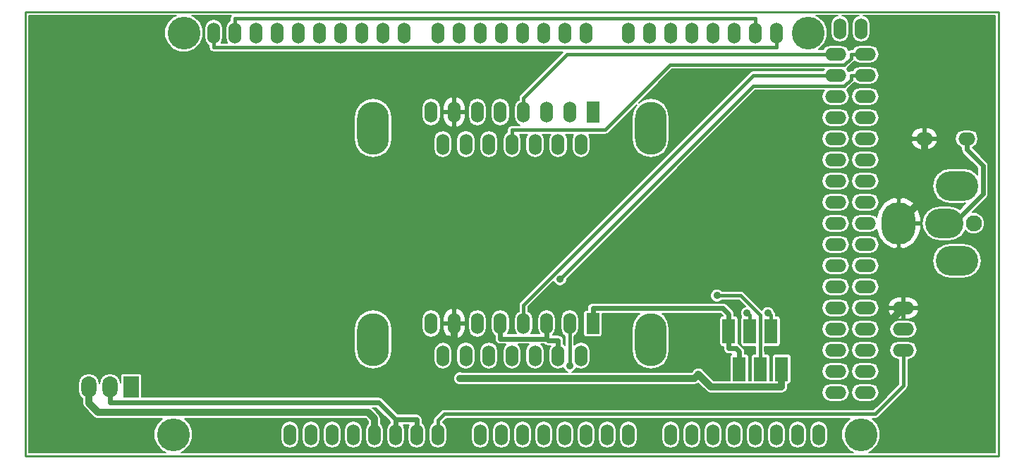
<source format=gtl>
G04 #@! TF.FileFunction,Copper,L1,Top,Signal*
%FSLAX46Y46*%
G04 Gerber Fmt 4.6, Leading zero omitted, Abs format (unit mm)*
G04 Created by KiCad (PCBNEW 0.201412071631+5313~19~ubuntu14.04.1-product) date Mon 08 Dec 2014 02:11:31 PM EST*
%MOMM*%
G01*
G04 APERTURE LIST*
%ADD10C,0.100000*%
%ADD11C,0.228600*%
%ADD12R,1.498600X2.997200*%
%ADD13O,1.854200X2.540000*%
%ADD14R,1.854200X2.540000*%
%ADD15O,2.032000X1.524000*%
%ADD16C,3.937000*%
%ADD17O,1.524000X2.540000*%
%ADD18O,2.540000X1.524000*%
%ADD19C,1.930400*%
%ADD20O,4.572000X3.556000*%
%ADD21O,4.064000X5.080000*%
%ADD22O,5.080000X3.556000*%
%ADD23O,3.810000X6.350000*%
%ADD24R,1.524000X2.540000*%
%ADD25C,0.889000*%
%ADD26C,0.812800*%
%ADD27C,0.609600*%
%ADD28C,0.406400*%
%ADD29C,0.203200*%
G04 APERTURE END LIST*
D10*
D11*
X93980000Y-76200000D02*
X93980000Y-129540000D01*
X210820000Y-76200000D02*
X93980000Y-76200000D01*
X210820000Y-129540000D02*
X210820000Y-76200000D01*
X93980000Y-129540000D02*
X210820000Y-129540000D01*
D12*
X178435000Y-114579400D03*
X179705000Y-119100600D03*
X180975000Y-114579400D03*
X182245000Y-119100600D03*
X183515000Y-114579400D03*
X184785000Y-119100600D03*
D13*
X104140000Y-121285000D03*
X101600000Y-121285000D03*
D14*
X106680000Y-121285000D03*
D15*
X201930000Y-91440000D03*
X207010000Y-91440000D03*
D16*
X111760000Y-127000000D03*
X113030000Y-78740000D03*
X194310000Y-127000000D03*
X187960000Y-78740000D03*
D17*
X125730000Y-127000000D03*
X128270000Y-127000000D03*
X130810000Y-127000000D03*
X133350000Y-127000000D03*
X135890000Y-127000000D03*
X138430000Y-127000000D03*
X140970000Y-127000000D03*
X143510000Y-127000000D03*
X148590000Y-127000000D03*
X151130000Y-127000000D03*
X153670000Y-127000000D03*
X156210000Y-127000000D03*
X158750000Y-127000000D03*
X161290000Y-127000000D03*
X163830000Y-127000000D03*
X166370000Y-127000000D03*
X171450000Y-127000000D03*
X173990000Y-127000000D03*
X176530000Y-127000000D03*
X179070000Y-127000000D03*
X181610000Y-127000000D03*
X184150000Y-127000000D03*
X186690000Y-127000000D03*
X189230000Y-127000000D03*
X116586000Y-78740000D03*
X119126000Y-78740000D03*
X121666000Y-78740000D03*
X124206000Y-78740000D03*
X126746000Y-78740000D03*
X129286000Y-78740000D03*
X131826000Y-78740000D03*
X134366000Y-78740000D03*
X136906000Y-78740000D03*
X139446000Y-78740000D03*
X143510000Y-78740000D03*
X161290000Y-78740000D03*
X158750000Y-78740000D03*
X156210000Y-78740000D03*
X153670000Y-78740000D03*
X151130000Y-78740000D03*
X148590000Y-78740000D03*
X146050000Y-78740000D03*
X166370000Y-78740000D03*
X168910000Y-78740000D03*
X171450000Y-78740000D03*
X173990000Y-78740000D03*
X176530000Y-78740000D03*
X179070000Y-78740000D03*
X181610000Y-78740000D03*
X184150000Y-78740000D03*
X191770000Y-78232000D03*
X194310000Y-78232000D03*
D18*
X191262000Y-81280000D03*
X194818000Y-81280000D03*
X191262000Y-83820000D03*
X194818000Y-83820000D03*
X191262000Y-86360000D03*
X194818000Y-86360000D03*
X191262000Y-88900000D03*
X194818000Y-88900000D03*
X191262000Y-91440000D03*
X194818000Y-91440000D03*
X191262000Y-93980000D03*
X194818000Y-93980000D03*
X191262000Y-96520000D03*
X194818000Y-96520000D03*
X191262000Y-99060000D03*
X194818000Y-99060000D03*
X191262000Y-101600000D03*
X194818000Y-101600000D03*
X191262000Y-104140000D03*
X194818000Y-104140000D03*
X191262000Y-106680000D03*
X194818000Y-106680000D03*
X191262000Y-109220000D03*
X194818000Y-109220000D03*
X191262000Y-111760000D03*
X194818000Y-111760000D03*
X191262000Y-114300000D03*
X194818000Y-114300000D03*
X191262000Y-116840000D03*
X194818000Y-116840000D03*
X191262000Y-119380000D03*
X194818000Y-119380000D03*
X191262000Y-121920000D03*
X194818000Y-121920000D03*
X199390000Y-114300000D03*
X199390000Y-116840000D03*
X199390000Y-111760000D03*
D19*
X207822800Y-101600000D03*
D20*
X204317600Y-101600000D03*
D21*
X198831200Y-101600000D03*
D22*
X205816200Y-97104200D03*
X205816200Y-106095800D03*
D23*
X135737600Y-90170000D03*
X169062400Y-90170000D03*
D17*
X142697200Y-88242140D03*
X145465800Y-88242140D03*
X148234400Y-88242140D03*
X151003000Y-88242140D03*
X153797000Y-88242140D03*
X156565600Y-88242140D03*
X159334200Y-88242140D03*
D24*
X162102800Y-88242140D03*
D17*
X144094200Y-92097860D03*
X146862800Y-92097860D03*
X149631400Y-92097860D03*
X152400000Y-92097860D03*
X155168600Y-92097860D03*
X157937200Y-92097860D03*
X160705800Y-92097860D03*
D23*
X135737600Y-115570000D03*
X169062400Y-115570000D03*
D17*
X142697200Y-113642140D03*
X145465800Y-113642140D03*
X148234400Y-113642140D03*
X151003000Y-113642140D03*
X153797000Y-113642140D03*
X156565600Y-113642140D03*
X159334200Y-113642140D03*
D24*
X162102800Y-113642140D03*
D17*
X144094200Y-117497860D03*
X146862800Y-117497860D03*
X149631400Y-117497860D03*
X152400000Y-117497860D03*
X155168600Y-117497860D03*
X157937200Y-117497860D03*
X160705800Y-117497860D03*
D25*
X174779000Y-119761900D03*
X146175600Y-120231700D03*
X180634300Y-112375600D03*
X177029000Y-110277800D03*
X183107600Y-112370700D03*
X159334200Y-118719700D03*
X158171500Y-108315500D03*
D26*
X145465800Y-114150100D02*
X145465800Y-115572800D01*
X145465800Y-115572800D02*
X144876500Y-115572800D01*
X144876500Y-115572800D02*
X144788800Y-115485100D01*
X144788800Y-115485100D02*
X143562000Y-115485100D01*
X143562000Y-115485100D02*
X142653100Y-116394000D01*
X142653100Y-116394000D02*
X142653100Y-118584500D01*
X142653100Y-118584500D02*
X147424700Y-123356100D01*
X147424700Y-123356100D02*
X195933800Y-123356100D01*
X195933800Y-123356100D02*
X197104000Y-122185900D01*
X197104000Y-122185900D02*
X197104000Y-114046000D01*
X197104000Y-114046000D02*
X199390000Y-111760000D01*
X198831200Y-101600000D02*
X201930000Y-98501200D01*
X201930000Y-98501200D02*
X201930000Y-91440000D01*
D27*
X207010000Y-91440000D02*
X207010000Y-92761100D01*
X204825600Y-101600000D02*
X205398000Y-101600000D01*
X205398000Y-101600000D02*
X208927300Y-98070700D01*
X208927300Y-98070700D02*
X208927300Y-94678400D01*
X208927300Y-94678400D02*
X207010000Y-92761100D01*
X178435000Y-114579400D02*
X178435000Y-112521700D01*
X162102800Y-114150100D02*
X162102800Y-111813000D01*
X162102800Y-111813000D02*
X177726300Y-111813000D01*
X177726300Y-111813000D02*
X178435000Y-112521700D01*
X157937200Y-116989900D02*
X157937200Y-115668800D01*
X157937200Y-115668800D02*
X156763200Y-115668800D01*
X156763200Y-115668800D02*
X156565600Y-115471200D01*
X104140000Y-121285000D02*
X104140000Y-123114100D01*
X104140000Y-123114100D02*
X136373200Y-123114100D01*
X136373200Y-123114100D02*
X138430000Y-125170900D01*
X138430000Y-127000000D02*
X138430000Y-125170900D01*
X140970000Y-127000000D02*
X140970000Y-125170900D01*
X140970000Y-125170900D02*
X138430000Y-125170900D01*
X178435000Y-114579400D02*
X178435000Y-116637100D01*
X179705000Y-119100600D02*
X179705000Y-117042900D01*
X179705000Y-117042900D02*
X179299200Y-116637100D01*
X179299200Y-116637100D02*
X178435000Y-116637100D01*
X151003000Y-114150100D02*
X151003000Y-115471200D01*
X156565600Y-114150100D02*
X156565600Y-115471200D01*
X156565600Y-115471200D02*
X151003000Y-115471200D01*
D28*
X143510000Y-127000000D02*
X143510000Y-125272500D01*
X199390000Y-116840000D02*
X199390000Y-121121700D01*
X199390000Y-121121700D02*
X195999200Y-124512500D01*
X195999200Y-124512500D02*
X144270000Y-124512500D01*
X144270000Y-124512500D02*
X143510000Y-125272500D01*
D26*
X174779000Y-119761900D02*
X176277000Y-121259900D01*
X176277000Y-121259900D02*
X184785000Y-121259900D01*
X146175600Y-120231700D02*
X174309200Y-120231700D01*
X174309200Y-120231700D02*
X174779000Y-119761900D01*
X184785000Y-119100600D02*
X184785000Y-121259900D01*
X101600000Y-121285000D02*
X101600000Y-123215700D01*
X135890000Y-127000000D02*
X135890000Y-125069300D01*
X135890000Y-125069300D02*
X135154700Y-124334000D01*
X135154700Y-124334000D02*
X102718300Y-124334000D01*
X102718300Y-124334000D02*
X101600000Y-123215700D01*
D28*
X180975000Y-114579400D02*
X180975000Y-112623300D01*
X180975000Y-112623300D02*
X180882000Y-112623300D01*
X180882000Y-112623300D02*
X180634300Y-112375600D01*
X182245000Y-119100600D02*
X182245000Y-117144500D01*
X177029000Y-110277800D02*
X179862100Y-110277800D01*
X179862100Y-110277800D02*
X182181900Y-112597600D01*
X182181900Y-112597600D02*
X182181900Y-117081400D01*
X182181900Y-117081400D02*
X182245000Y-117144500D01*
X183515000Y-114579400D02*
X183515000Y-112623300D01*
X183515000Y-112623300D02*
X183360200Y-112623300D01*
X183360200Y-112623300D02*
X183107600Y-112370700D01*
X153797000Y-88750100D02*
X153797000Y-86514600D01*
X153797000Y-86514600D02*
X159031600Y-81280000D01*
X159031600Y-81280000D02*
X191770000Y-81280000D01*
X152400000Y-90370400D02*
X163587700Y-90370400D01*
X163587700Y-90370400D02*
X171408100Y-82550000D01*
X171408100Y-82550000D02*
X192325800Y-82550000D01*
X192325800Y-82550000D02*
X193090500Y-81785300D01*
X193090500Y-81785300D02*
X193090500Y-81280000D01*
X194310000Y-81280000D02*
X193090500Y-81280000D01*
X152400000Y-91589900D02*
X152400000Y-90370400D01*
X189534500Y-83820000D02*
X181391400Y-83820000D01*
X181391400Y-83820000D02*
X153797000Y-111414400D01*
X153797000Y-111414400D02*
X153797000Y-111914600D01*
X191770000Y-83820000D02*
X189534500Y-83820000D01*
X153797000Y-114150100D02*
X153797000Y-111914600D01*
X159334200Y-114150100D02*
X159334200Y-118719700D01*
X194310000Y-83820000D02*
X193090500Y-83820000D01*
X158171500Y-108315500D02*
X181397000Y-85090000D01*
X181397000Y-85090000D02*
X192325800Y-85090000D01*
X192325800Y-85090000D02*
X193090500Y-84325300D01*
X193090500Y-84325300D02*
X193090500Y-83820000D01*
X184150000Y-78740000D02*
X184150000Y-80467500D01*
X116586000Y-78740000D02*
X116586000Y-80467500D01*
X116586000Y-80467500D02*
X184150000Y-80467500D01*
X119126000Y-78740000D02*
X119126000Y-77012500D01*
X181610000Y-78740000D02*
X181610000Y-77012500D01*
X181610000Y-77012500D02*
X119126000Y-77012500D01*
D29*
G36*
X210400900Y-129120900D02*
X209587700Y-129120900D01*
X209587700Y-98070700D01*
X209587700Y-94678400D01*
X209537430Y-94425676D01*
X209394274Y-94211427D01*
X207670400Y-92487553D01*
X207670400Y-92482107D01*
X207718558Y-92472528D01*
X208081134Y-92230263D01*
X208323399Y-91867687D01*
X208408471Y-91440000D01*
X208323399Y-91012313D01*
X208081134Y-90649737D01*
X207718558Y-90407472D01*
X207290871Y-90322400D01*
X206729129Y-90322400D01*
X206301442Y-90407472D01*
X205938866Y-90649737D01*
X205696601Y-91012313D01*
X205611529Y-91440000D01*
X205696601Y-91867687D01*
X205938866Y-92230263D01*
X206301442Y-92472528D01*
X206349600Y-92482107D01*
X206349600Y-92761100D01*
X206399870Y-93013824D01*
X206543027Y-93228073D01*
X208266900Y-94951946D01*
X208266900Y-95780032D01*
X208143611Y-95595517D01*
X207451421Y-95133011D01*
X206634928Y-94970600D01*
X204997472Y-94970600D01*
X204180979Y-95133011D01*
X203506484Y-95583693D01*
X203506484Y-91803761D01*
X203506484Y-91076239D01*
X203499454Y-91019701D01*
X203238480Y-90548292D01*
X202816970Y-90212637D01*
X202299096Y-90063837D01*
X202082400Y-90215175D01*
X202082400Y-91287600D01*
X203393637Y-91287600D01*
X203506484Y-91076239D01*
X203506484Y-91803761D01*
X203393637Y-91592400D01*
X202082400Y-91592400D01*
X202082400Y-92664825D01*
X202299096Y-92816163D01*
X202816970Y-92667363D01*
X203238480Y-92331708D01*
X203499454Y-91860299D01*
X203506484Y-91803761D01*
X203506484Y-95583693D01*
X203488789Y-95595517D01*
X203026283Y-96287707D01*
X202863872Y-97104200D01*
X203026283Y-97920693D01*
X203488789Y-98612883D01*
X204180979Y-99075389D01*
X204997472Y-99237800D01*
X206634928Y-99237800D01*
X206873760Y-99190293D01*
X206138280Y-99925773D01*
X205693845Y-99628811D01*
X204877352Y-99466400D01*
X203757848Y-99466400D01*
X202941355Y-99628811D01*
X202249165Y-100091317D01*
X201786659Y-100783507D01*
X201777600Y-100829049D01*
X201777600Y-92664825D01*
X201777600Y-91592400D01*
X201777600Y-91287600D01*
X201777600Y-90215175D01*
X201560904Y-90063837D01*
X201043030Y-90212637D01*
X200621520Y-90548292D01*
X200360546Y-91019701D01*
X200353516Y-91076239D01*
X200466363Y-91287600D01*
X201777600Y-91287600D01*
X201777600Y-91592400D01*
X200466363Y-91592400D01*
X200353516Y-91803761D01*
X200360546Y-91860299D01*
X200621520Y-92331708D01*
X201043030Y-92667363D01*
X201560904Y-92816163D01*
X201777600Y-92664825D01*
X201777600Y-100829049D01*
X201624248Y-101600000D01*
X201786659Y-102416493D01*
X202249165Y-103108683D01*
X202941355Y-103571189D01*
X203757848Y-103733600D01*
X204877352Y-103733600D01*
X205693845Y-103571189D01*
X206386035Y-103108683D01*
X206817691Y-102462662D01*
X207073650Y-102719067D01*
X207558924Y-102920570D01*
X208084371Y-102921029D01*
X208569996Y-102720373D01*
X208941867Y-102349150D01*
X209143370Y-101863876D01*
X209143829Y-101338429D01*
X208943173Y-100852804D01*
X208571950Y-100480933D01*
X208086676Y-100279430D01*
X207652894Y-100279051D01*
X209394273Y-98537673D01*
X209537430Y-98323424D01*
X209587700Y-98070700D01*
X209587700Y-129120900D01*
X208768528Y-129120900D01*
X208768528Y-106095800D01*
X208606117Y-105279307D01*
X208143611Y-104587117D01*
X207451421Y-104124611D01*
X206634928Y-103962200D01*
X204997472Y-103962200D01*
X204180979Y-104124611D01*
X203488789Y-104587117D01*
X203026283Y-105279307D01*
X202863872Y-106095800D01*
X203026283Y-106912293D01*
X203488789Y-107604483D01*
X204180979Y-108066989D01*
X204997472Y-108229400D01*
X206634928Y-108229400D01*
X207451421Y-108066989D01*
X208143611Y-107604483D01*
X208606117Y-106912293D01*
X208768528Y-106095800D01*
X208768528Y-129120900D01*
X201472800Y-129120900D01*
X201472800Y-102260400D01*
X201472800Y-101752400D01*
X201472800Y-101447600D01*
X201472800Y-100939600D01*
X201213399Y-99940304D01*
X200591330Y-99116344D01*
X199701297Y-98593159D01*
X199394273Y-98511109D01*
X198983600Y-98607470D01*
X198983600Y-101447600D01*
X201472800Y-101447600D01*
X201472800Y-101752400D01*
X198983600Y-101752400D01*
X198983600Y-104592530D01*
X199394273Y-104688891D01*
X199701297Y-104606841D01*
X200591330Y-104083656D01*
X201213399Y-103259696D01*
X201472800Y-102260400D01*
X201472800Y-129120900D01*
X201220484Y-129120900D01*
X201220484Y-112123761D01*
X201220484Y-111396239D01*
X200975631Y-110897896D01*
X200563688Y-110551128D01*
X200050400Y-110388400D01*
X199542400Y-110388400D01*
X199542400Y-111607600D01*
X201107637Y-111607600D01*
X201220484Y-111396239D01*
X201220484Y-112123761D01*
X201107637Y-111912400D01*
X199542400Y-111912400D01*
X199542400Y-113131600D01*
X200050400Y-113131600D01*
X200563688Y-112968872D01*
X200975631Y-112622104D01*
X201220484Y-112123761D01*
X201220484Y-129120900D01*
X195263020Y-129120900D01*
X195624777Y-128971425D01*
X196279127Y-128318216D01*
X196633696Y-127464320D01*
X196634503Y-126539736D01*
X196281425Y-125685223D01*
X195668572Y-125071300D01*
X195999200Y-125071300D01*
X196213043Y-125028764D01*
X196213044Y-125028764D01*
X196394331Y-124907631D01*
X199785131Y-121516832D01*
X199785131Y-121516831D01*
X199845697Y-121426187D01*
X199906264Y-121335544D01*
X199906264Y-121335543D01*
X199948799Y-121121700D01*
X199948800Y-121121700D01*
X199948800Y-117953830D01*
X200357534Y-117872528D01*
X200720110Y-117630263D01*
X200962375Y-117267687D01*
X201047447Y-116840000D01*
X201047447Y-114300000D01*
X200962375Y-113872313D01*
X200720110Y-113509737D01*
X200357534Y-113267472D01*
X199929847Y-113182400D01*
X199237600Y-113182400D01*
X199237600Y-113131600D01*
X199237600Y-111912400D01*
X199237600Y-111607600D01*
X199237600Y-110388400D01*
X198729600Y-110388400D01*
X198678800Y-110404505D01*
X198678800Y-104592530D01*
X198678800Y-101752400D01*
X198658800Y-101752400D01*
X198658800Y-101447600D01*
X198678800Y-101447600D01*
X198678800Y-98607470D01*
X198268127Y-98511109D01*
X197961103Y-98593159D01*
X197071070Y-99116344D01*
X196475447Y-99905275D01*
X196475447Y-99060000D01*
X196475447Y-96520000D01*
X196475447Y-93980000D01*
X196475447Y-91440000D01*
X196475447Y-88900000D01*
X196475447Y-86360000D01*
X196390375Y-85932313D01*
X196148110Y-85569737D01*
X195785534Y-85327472D01*
X195357847Y-85242400D01*
X194278153Y-85242400D01*
X193850466Y-85327472D01*
X193487890Y-85569737D01*
X193245625Y-85932313D01*
X193160553Y-86360000D01*
X193245625Y-86787687D01*
X193487890Y-87150263D01*
X193850466Y-87392528D01*
X194278153Y-87477600D01*
X195357847Y-87477600D01*
X195785534Y-87392528D01*
X196148110Y-87150263D01*
X196390375Y-86787687D01*
X196475447Y-86360000D01*
X196475447Y-88900000D01*
X196390375Y-88472313D01*
X196148110Y-88109737D01*
X195785534Y-87867472D01*
X195357847Y-87782400D01*
X194278153Y-87782400D01*
X193850466Y-87867472D01*
X193487890Y-88109737D01*
X193245625Y-88472313D01*
X193160553Y-88900000D01*
X193245625Y-89327687D01*
X193487890Y-89690263D01*
X193850466Y-89932528D01*
X194278153Y-90017600D01*
X195357847Y-90017600D01*
X195785534Y-89932528D01*
X196148110Y-89690263D01*
X196390375Y-89327687D01*
X196475447Y-88900000D01*
X196475447Y-91440000D01*
X196390375Y-91012313D01*
X196148110Y-90649737D01*
X195785534Y-90407472D01*
X195357847Y-90322400D01*
X194278153Y-90322400D01*
X193850466Y-90407472D01*
X193487890Y-90649737D01*
X193245625Y-91012313D01*
X193160553Y-91440000D01*
X193245625Y-91867687D01*
X193487890Y-92230263D01*
X193850466Y-92472528D01*
X194278153Y-92557600D01*
X195357847Y-92557600D01*
X195785534Y-92472528D01*
X196148110Y-92230263D01*
X196390375Y-91867687D01*
X196475447Y-91440000D01*
X196475447Y-93980000D01*
X196390375Y-93552313D01*
X196148110Y-93189737D01*
X195785534Y-92947472D01*
X195357847Y-92862400D01*
X194278153Y-92862400D01*
X193850466Y-92947472D01*
X193487890Y-93189737D01*
X193245625Y-93552313D01*
X193160553Y-93980000D01*
X193245625Y-94407687D01*
X193487890Y-94770263D01*
X193850466Y-95012528D01*
X194278153Y-95097600D01*
X195357847Y-95097600D01*
X195785534Y-95012528D01*
X196148110Y-94770263D01*
X196390375Y-94407687D01*
X196475447Y-93980000D01*
X196475447Y-96520000D01*
X196390375Y-96092313D01*
X196148110Y-95729737D01*
X195785534Y-95487472D01*
X195357847Y-95402400D01*
X194278153Y-95402400D01*
X193850466Y-95487472D01*
X193487890Y-95729737D01*
X193245625Y-96092313D01*
X193160553Y-96520000D01*
X193245625Y-96947687D01*
X193487890Y-97310263D01*
X193850466Y-97552528D01*
X194278153Y-97637600D01*
X195357847Y-97637600D01*
X195785534Y-97552528D01*
X196148110Y-97310263D01*
X196390375Y-96947687D01*
X196475447Y-96520000D01*
X196475447Y-99060000D01*
X196390375Y-98632313D01*
X196148110Y-98269737D01*
X195785534Y-98027472D01*
X195357847Y-97942400D01*
X194278153Y-97942400D01*
X193850466Y-98027472D01*
X193487890Y-98269737D01*
X193245625Y-98632313D01*
X193160553Y-99060000D01*
X193245625Y-99487687D01*
X193487890Y-99850263D01*
X193850466Y-100092528D01*
X194278153Y-100177600D01*
X195357847Y-100177600D01*
X195785534Y-100092528D01*
X196148110Y-99850263D01*
X196390375Y-99487687D01*
X196475447Y-99060000D01*
X196475447Y-99905275D01*
X196449001Y-99940304D01*
X196202269Y-100890792D01*
X196148110Y-100809737D01*
X195785534Y-100567472D01*
X195357847Y-100482400D01*
X194278153Y-100482400D01*
X193850466Y-100567472D01*
X193487890Y-100809737D01*
X193245625Y-101172313D01*
X193160553Y-101600000D01*
X193245625Y-102027687D01*
X193487890Y-102390263D01*
X193850466Y-102632528D01*
X194278153Y-102717600D01*
X195357847Y-102717600D01*
X195785534Y-102632528D01*
X196148110Y-102390263D01*
X196202269Y-102309207D01*
X196449001Y-103259696D01*
X197071070Y-104083656D01*
X197961103Y-104606841D01*
X198268127Y-104688891D01*
X198678800Y-104592530D01*
X198678800Y-110404505D01*
X198216312Y-110551128D01*
X197804369Y-110897896D01*
X197559516Y-111396239D01*
X197672363Y-111607600D01*
X199237600Y-111607600D01*
X199237600Y-111912400D01*
X197672363Y-111912400D01*
X197559516Y-112123761D01*
X197804369Y-112622104D01*
X198216312Y-112968872D01*
X198729600Y-113131600D01*
X199237600Y-113131600D01*
X199237600Y-113182400D01*
X198850153Y-113182400D01*
X198422466Y-113267472D01*
X198059890Y-113509737D01*
X197817625Y-113872313D01*
X197732553Y-114300000D01*
X197817625Y-114727687D01*
X198059890Y-115090263D01*
X198422466Y-115332528D01*
X198850153Y-115417600D01*
X199929847Y-115417600D01*
X200357534Y-115332528D01*
X200720110Y-115090263D01*
X200962375Y-114727687D01*
X201047447Y-114300000D01*
X201047447Y-116840000D01*
X200962375Y-116412313D01*
X200720110Y-116049737D01*
X200357534Y-115807472D01*
X199929847Y-115722400D01*
X198850153Y-115722400D01*
X198422466Y-115807472D01*
X198059890Y-116049737D01*
X197817625Y-116412313D01*
X197732553Y-116840000D01*
X197817625Y-117267687D01*
X198059890Y-117630263D01*
X198422466Y-117872528D01*
X198831200Y-117953830D01*
X198831200Y-120890237D01*
X196475447Y-123245990D01*
X196475447Y-121920000D01*
X196475447Y-119380000D01*
X196475447Y-116840000D01*
X196475447Y-114300000D01*
X196475447Y-111760000D01*
X196475447Y-109220000D01*
X196475447Y-106680000D01*
X196475447Y-104140000D01*
X196390375Y-103712313D01*
X196148110Y-103349737D01*
X195785534Y-103107472D01*
X195357847Y-103022400D01*
X194278153Y-103022400D01*
X193850466Y-103107472D01*
X193487890Y-103349737D01*
X193245625Y-103712313D01*
X193160553Y-104140000D01*
X193245625Y-104567687D01*
X193487890Y-104930263D01*
X193850466Y-105172528D01*
X194278153Y-105257600D01*
X195357847Y-105257600D01*
X195785534Y-105172528D01*
X196148110Y-104930263D01*
X196390375Y-104567687D01*
X196475447Y-104140000D01*
X196475447Y-106680000D01*
X196390375Y-106252313D01*
X196148110Y-105889737D01*
X195785534Y-105647472D01*
X195357847Y-105562400D01*
X194278153Y-105562400D01*
X193850466Y-105647472D01*
X193487890Y-105889737D01*
X193245625Y-106252313D01*
X193160553Y-106680000D01*
X193245625Y-107107687D01*
X193487890Y-107470263D01*
X193850466Y-107712528D01*
X194278153Y-107797600D01*
X195357847Y-107797600D01*
X195785534Y-107712528D01*
X196148110Y-107470263D01*
X196390375Y-107107687D01*
X196475447Y-106680000D01*
X196475447Y-109220000D01*
X196390375Y-108792313D01*
X196148110Y-108429737D01*
X195785534Y-108187472D01*
X195357847Y-108102400D01*
X194278153Y-108102400D01*
X193850466Y-108187472D01*
X193487890Y-108429737D01*
X193245625Y-108792313D01*
X193160553Y-109220000D01*
X193245625Y-109647687D01*
X193487890Y-110010263D01*
X193850466Y-110252528D01*
X194278153Y-110337600D01*
X195357847Y-110337600D01*
X195785534Y-110252528D01*
X196148110Y-110010263D01*
X196390375Y-109647687D01*
X196475447Y-109220000D01*
X196475447Y-111760000D01*
X196390375Y-111332313D01*
X196148110Y-110969737D01*
X195785534Y-110727472D01*
X195357847Y-110642400D01*
X194278153Y-110642400D01*
X193850466Y-110727472D01*
X193487890Y-110969737D01*
X193245625Y-111332313D01*
X193160553Y-111760000D01*
X193245625Y-112187687D01*
X193487890Y-112550263D01*
X193850466Y-112792528D01*
X194278153Y-112877600D01*
X195357847Y-112877600D01*
X195785534Y-112792528D01*
X196148110Y-112550263D01*
X196390375Y-112187687D01*
X196475447Y-111760000D01*
X196475447Y-114300000D01*
X196390375Y-113872313D01*
X196148110Y-113509737D01*
X195785534Y-113267472D01*
X195357847Y-113182400D01*
X194278153Y-113182400D01*
X193850466Y-113267472D01*
X193487890Y-113509737D01*
X193245625Y-113872313D01*
X193160553Y-114300000D01*
X193245625Y-114727687D01*
X193487890Y-115090263D01*
X193850466Y-115332528D01*
X194278153Y-115417600D01*
X195357847Y-115417600D01*
X195785534Y-115332528D01*
X196148110Y-115090263D01*
X196390375Y-114727687D01*
X196475447Y-114300000D01*
X196475447Y-116840000D01*
X196390375Y-116412313D01*
X196148110Y-116049737D01*
X195785534Y-115807472D01*
X195357847Y-115722400D01*
X194278153Y-115722400D01*
X193850466Y-115807472D01*
X193487890Y-116049737D01*
X193245625Y-116412313D01*
X193160553Y-116840000D01*
X193245625Y-117267687D01*
X193487890Y-117630263D01*
X193850466Y-117872528D01*
X194278153Y-117957600D01*
X195357847Y-117957600D01*
X195785534Y-117872528D01*
X196148110Y-117630263D01*
X196390375Y-117267687D01*
X196475447Y-116840000D01*
X196475447Y-119380000D01*
X196390375Y-118952313D01*
X196148110Y-118589737D01*
X195785534Y-118347472D01*
X195357847Y-118262400D01*
X194278153Y-118262400D01*
X193850466Y-118347472D01*
X193487890Y-118589737D01*
X193245625Y-118952313D01*
X193160553Y-119380000D01*
X193245625Y-119807687D01*
X193487890Y-120170263D01*
X193850466Y-120412528D01*
X194278153Y-120497600D01*
X195357847Y-120497600D01*
X195785534Y-120412528D01*
X196148110Y-120170263D01*
X196390375Y-119807687D01*
X196475447Y-119380000D01*
X196475447Y-121920000D01*
X196390375Y-121492313D01*
X196148110Y-121129737D01*
X195785534Y-120887472D01*
X195357847Y-120802400D01*
X194278153Y-120802400D01*
X193850466Y-120887472D01*
X193487890Y-121129737D01*
X193245625Y-121492313D01*
X193160553Y-121920000D01*
X193245625Y-122347687D01*
X193487890Y-122710263D01*
X193850466Y-122952528D01*
X194278153Y-123037600D01*
X195357847Y-123037600D01*
X195785534Y-122952528D01*
X196148110Y-122710263D01*
X196390375Y-122347687D01*
X196475447Y-121920000D01*
X196475447Y-123245990D01*
X195767737Y-123953700D01*
X192919447Y-123953700D01*
X192919447Y-121920000D01*
X192919447Y-119380000D01*
X192919447Y-116840000D01*
X192919447Y-114300000D01*
X192919447Y-111760000D01*
X192919447Y-109220000D01*
X192919447Y-106680000D01*
X192919447Y-104140000D01*
X192919447Y-101600000D01*
X192919447Y-99060000D01*
X192919447Y-96520000D01*
X192919447Y-93980000D01*
X192919447Y-91440000D01*
X192919447Y-88900000D01*
X192834375Y-88472313D01*
X192592110Y-88109737D01*
X192229534Y-87867472D01*
X191801847Y-87782400D01*
X190722153Y-87782400D01*
X190294466Y-87867472D01*
X189931890Y-88109737D01*
X189689625Y-88472313D01*
X189604553Y-88900000D01*
X189689625Y-89327687D01*
X189931890Y-89690263D01*
X190294466Y-89932528D01*
X190722153Y-90017600D01*
X191801847Y-90017600D01*
X192229534Y-89932528D01*
X192592110Y-89690263D01*
X192834375Y-89327687D01*
X192919447Y-88900000D01*
X192919447Y-91440000D01*
X192834375Y-91012313D01*
X192592110Y-90649737D01*
X192229534Y-90407472D01*
X191801847Y-90322400D01*
X190722153Y-90322400D01*
X190294466Y-90407472D01*
X189931890Y-90649737D01*
X189689625Y-91012313D01*
X189604553Y-91440000D01*
X189689625Y-91867687D01*
X189931890Y-92230263D01*
X190294466Y-92472528D01*
X190722153Y-92557600D01*
X191801847Y-92557600D01*
X192229534Y-92472528D01*
X192592110Y-92230263D01*
X192834375Y-91867687D01*
X192919447Y-91440000D01*
X192919447Y-93980000D01*
X192834375Y-93552313D01*
X192592110Y-93189737D01*
X192229534Y-92947472D01*
X191801847Y-92862400D01*
X190722153Y-92862400D01*
X190294466Y-92947472D01*
X189931890Y-93189737D01*
X189689625Y-93552313D01*
X189604553Y-93980000D01*
X189689625Y-94407687D01*
X189931890Y-94770263D01*
X190294466Y-95012528D01*
X190722153Y-95097600D01*
X191801847Y-95097600D01*
X192229534Y-95012528D01*
X192592110Y-94770263D01*
X192834375Y-94407687D01*
X192919447Y-93980000D01*
X192919447Y-96520000D01*
X192834375Y-96092313D01*
X192592110Y-95729737D01*
X192229534Y-95487472D01*
X191801847Y-95402400D01*
X190722153Y-95402400D01*
X190294466Y-95487472D01*
X189931890Y-95729737D01*
X189689625Y-96092313D01*
X189604553Y-96520000D01*
X189689625Y-96947687D01*
X189931890Y-97310263D01*
X190294466Y-97552528D01*
X190722153Y-97637600D01*
X191801847Y-97637600D01*
X192229534Y-97552528D01*
X192592110Y-97310263D01*
X192834375Y-96947687D01*
X192919447Y-96520000D01*
X192919447Y-99060000D01*
X192834375Y-98632313D01*
X192592110Y-98269737D01*
X192229534Y-98027472D01*
X191801847Y-97942400D01*
X190722153Y-97942400D01*
X190294466Y-98027472D01*
X189931890Y-98269737D01*
X189689625Y-98632313D01*
X189604553Y-99060000D01*
X189689625Y-99487687D01*
X189931890Y-99850263D01*
X190294466Y-100092528D01*
X190722153Y-100177600D01*
X191801847Y-100177600D01*
X192229534Y-100092528D01*
X192592110Y-99850263D01*
X192834375Y-99487687D01*
X192919447Y-99060000D01*
X192919447Y-101600000D01*
X192834375Y-101172313D01*
X192592110Y-100809737D01*
X192229534Y-100567472D01*
X191801847Y-100482400D01*
X190722153Y-100482400D01*
X190294466Y-100567472D01*
X189931890Y-100809737D01*
X189689625Y-101172313D01*
X189604553Y-101600000D01*
X189689625Y-102027687D01*
X189931890Y-102390263D01*
X190294466Y-102632528D01*
X190722153Y-102717600D01*
X191801847Y-102717600D01*
X192229534Y-102632528D01*
X192592110Y-102390263D01*
X192834375Y-102027687D01*
X192919447Y-101600000D01*
X192919447Y-104140000D01*
X192834375Y-103712313D01*
X192592110Y-103349737D01*
X192229534Y-103107472D01*
X191801847Y-103022400D01*
X190722153Y-103022400D01*
X190294466Y-103107472D01*
X189931890Y-103349737D01*
X189689625Y-103712313D01*
X189604553Y-104140000D01*
X189689625Y-104567687D01*
X189931890Y-104930263D01*
X190294466Y-105172528D01*
X190722153Y-105257600D01*
X191801847Y-105257600D01*
X192229534Y-105172528D01*
X192592110Y-104930263D01*
X192834375Y-104567687D01*
X192919447Y-104140000D01*
X192919447Y-106680000D01*
X192834375Y-106252313D01*
X192592110Y-105889737D01*
X192229534Y-105647472D01*
X191801847Y-105562400D01*
X190722153Y-105562400D01*
X190294466Y-105647472D01*
X189931890Y-105889737D01*
X189689625Y-106252313D01*
X189604553Y-106680000D01*
X189689625Y-107107687D01*
X189931890Y-107470263D01*
X190294466Y-107712528D01*
X190722153Y-107797600D01*
X191801847Y-107797600D01*
X192229534Y-107712528D01*
X192592110Y-107470263D01*
X192834375Y-107107687D01*
X192919447Y-106680000D01*
X192919447Y-109220000D01*
X192834375Y-108792313D01*
X192592110Y-108429737D01*
X192229534Y-108187472D01*
X191801847Y-108102400D01*
X190722153Y-108102400D01*
X190294466Y-108187472D01*
X189931890Y-108429737D01*
X189689625Y-108792313D01*
X189604553Y-109220000D01*
X189689625Y-109647687D01*
X189931890Y-110010263D01*
X190294466Y-110252528D01*
X190722153Y-110337600D01*
X191801847Y-110337600D01*
X192229534Y-110252528D01*
X192592110Y-110010263D01*
X192834375Y-109647687D01*
X192919447Y-109220000D01*
X192919447Y-111760000D01*
X192834375Y-111332313D01*
X192592110Y-110969737D01*
X192229534Y-110727472D01*
X191801847Y-110642400D01*
X190722153Y-110642400D01*
X190294466Y-110727472D01*
X189931890Y-110969737D01*
X189689625Y-111332313D01*
X189604553Y-111760000D01*
X189689625Y-112187687D01*
X189931890Y-112550263D01*
X190294466Y-112792528D01*
X190722153Y-112877600D01*
X191801847Y-112877600D01*
X192229534Y-112792528D01*
X192592110Y-112550263D01*
X192834375Y-112187687D01*
X192919447Y-111760000D01*
X192919447Y-114300000D01*
X192834375Y-113872313D01*
X192592110Y-113509737D01*
X192229534Y-113267472D01*
X191801847Y-113182400D01*
X190722153Y-113182400D01*
X190294466Y-113267472D01*
X189931890Y-113509737D01*
X189689625Y-113872313D01*
X189604553Y-114300000D01*
X189689625Y-114727687D01*
X189931890Y-115090263D01*
X190294466Y-115332528D01*
X190722153Y-115417600D01*
X191801847Y-115417600D01*
X192229534Y-115332528D01*
X192592110Y-115090263D01*
X192834375Y-114727687D01*
X192919447Y-114300000D01*
X192919447Y-116840000D01*
X192834375Y-116412313D01*
X192592110Y-116049737D01*
X192229534Y-115807472D01*
X191801847Y-115722400D01*
X190722153Y-115722400D01*
X190294466Y-115807472D01*
X189931890Y-116049737D01*
X189689625Y-116412313D01*
X189604553Y-116840000D01*
X189689625Y-117267687D01*
X189931890Y-117630263D01*
X190294466Y-117872528D01*
X190722153Y-117957600D01*
X191801847Y-117957600D01*
X192229534Y-117872528D01*
X192592110Y-117630263D01*
X192834375Y-117267687D01*
X192919447Y-116840000D01*
X192919447Y-119380000D01*
X192834375Y-118952313D01*
X192592110Y-118589737D01*
X192229534Y-118347472D01*
X191801847Y-118262400D01*
X190722153Y-118262400D01*
X190294466Y-118347472D01*
X189931890Y-118589737D01*
X189689625Y-118952313D01*
X189604553Y-119380000D01*
X189689625Y-119807687D01*
X189931890Y-120170263D01*
X190294466Y-120412528D01*
X190722153Y-120497600D01*
X191801847Y-120497600D01*
X192229534Y-120412528D01*
X192592110Y-120170263D01*
X192834375Y-119807687D01*
X192919447Y-119380000D01*
X192919447Y-121920000D01*
X192834375Y-121492313D01*
X192592110Y-121129737D01*
X192229534Y-120887472D01*
X191801847Y-120802400D01*
X190722153Y-120802400D01*
X190294466Y-120887472D01*
X189931890Y-121129737D01*
X189689625Y-121492313D01*
X189604553Y-121920000D01*
X189689625Y-122347687D01*
X189931890Y-122710263D01*
X190294466Y-122952528D01*
X190722153Y-123037600D01*
X191801847Y-123037600D01*
X192229534Y-122952528D01*
X192592110Y-122710263D01*
X192834375Y-122347687D01*
X192919447Y-121920000D01*
X192919447Y-123953700D01*
X145313400Y-123953700D01*
X145313400Y-115359777D01*
X145313400Y-113794540D01*
X145313400Y-113489740D01*
X145313400Y-111924503D01*
X145313400Y-89959777D01*
X145313400Y-88394540D01*
X145313400Y-88089740D01*
X145313400Y-86524503D01*
X145102039Y-86411656D01*
X144603696Y-86656509D01*
X144256928Y-87068452D01*
X144094200Y-87581740D01*
X144094200Y-88089740D01*
X145313400Y-88089740D01*
X145313400Y-88394540D01*
X144094200Y-88394540D01*
X144094200Y-88902540D01*
X144256928Y-89415828D01*
X144603696Y-89827771D01*
X145102039Y-90072624D01*
X145313400Y-89959777D01*
X145313400Y-111924503D01*
X145211800Y-111870258D01*
X145211800Y-92637707D01*
X145211800Y-91558013D01*
X145126728Y-91130326D01*
X144884463Y-90767750D01*
X144521887Y-90525485D01*
X144094200Y-90440413D01*
X143814800Y-90495988D01*
X143814800Y-88781987D01*
X143814800Y-87702293D01*
X143729728Y-87274606D01*
X143487463Y-86912030D01*
X143124887Y-86669765D01*
X142697200Y-86584693D01*
X142269513Y-86669765D01*
X141906937Y-86912030D01*
X141664672Y-87274606D01*
X141579600Y-87702293D01*
X141579600Y-88781987D01*
X141664672Y-89209674D01*
X141906937Y-89572250D01*
X142269513Y-89814515D01*
X142697200Y-89899587D01*
X143124887Y-89814515D01*
X143487463Y-89572250D01*
X143729728Y-89209674D01*
X143814800Y-88781987D01*
X143814800Y-90495988D01*
X143666513Y-90525485D01*
X143303937Y-90767750D01*
X143061672Y-91130326D01*
X142976600Y-91558013D01*
X142976600Y-92637707D01*
X143061672Y-93065394D01*
X143303937Y-93427970D01*
X143666513Y-93670235D01*
X144094200Y-93755307D01*
X144521887Y-93670235D01*
X144884463Y-93427970D01*
X145126728Y-93065394D01*
X145211800Y-92637707D01*
X145211800Y-111870258D01*
X145102039Y-111811656D01*
X144603696Y-112056509D01*
X144256928Y-112468452D01*
X144094200Y-112981740D01*
X144094200Y-113489740D01*
X145313400Y-113489740D01*
X145313400Y-113794540D01*
X144094200Y-113794540D01*
X144094200Y-114302540D01*
X144256928Y-114815828D01*
X144603696Y-115227771D01*
X145102039Y-115472624D01*
X145313400Y-115359777D01*
X145313400Y-123953700D01*
X145211800Y-123953700D01*
X145211800Y-118037707D01*
X145211800Y-116958013D01*
X145126728Y-116530326D01*
X144884463Y-116167750D01*
X144521887Y-115925485D01*
X144094200Y-115840413D01*
X143814800Y-115895988D01*
X143814800Y-114181987D01*
X143814800Y-113102293D01*
X143729728Y-112674606D01*
X143487463Y-112312030D01*
X143124887Y-112069765D01*
X142697200Y-111984693D01*
X142269513Y-112069765D01*
X141906937Y-112312030D01*
X141664672Y-112674606D01*
X141579600Y-113102293D01*
X141579600Y-114181987D01*
X141664672Y-114609674D01*
X141906937Y-114972250D01*
X142269513Y-115214515D01*
X142697200Y-115299587D01*
X143124887Y-115214515D01*
X143487463Y-114972250D01*
X143729728Y-114609674D01*
X143814800Y-114181987D01*
X143814800Y-115895988D01*
X143666513Y-115925485D01*
X143303937Y-116167750D01*
X143061672Y-116530326D01*
X142976600Y-116958013D01*
X142976600Y-118037707D01*
X143061672Y-118465394D01*
X143303937Y-118827970D01*
X143666513Y-119070235D01*
X144094200Y-119155307D01*
X144521887Y-119070235D01*
X144884463Y-118827970D01*
X145126728Y-118465394D01*
X145211800Y-118037707D01*
X145211800Y-123953700D01*
X144270000Y-123953700D01*
X144056156Y-123996236D01*
X143874869Y-124117369D01*
X143114869Y-124877369D01*
X142993736Y-125058656D01*
X142951200Y-125272500D01*
X142951200Y-125515231D01*
X142719737Y-125669890D01*
X142477472Y-126032466D01*
X142392400Y-126460153D01*
X142392400Y-127539847D01*
X142477472Y-127967534D01*
X142719737Y-128330110D01*
X143082313Y-128572375D01*
X143510000Y-128657447D01*
X143937687Y-128572375D01*
X144300263Y-128330110D01*
X144542528Y-127967534D01*
X144627600Y-127539847D01*
X144627600Y-126460153D01*
X144542528Y-126032466D01*
X144300263Y-125669890D01*
X144068800Y-125515231D01*
X144068800Y-125503962D01*
X144501462Y-125071300D01*
X192952423Y-125071300D01*
X192340873Y-125681784D01*
X191986304Y-126535680D01*
X191985497Y-127460264D01*
X192338575Y-128314777D01*
X192991784Y-128969127D01*
X193357293Y-129120900D01*
X190347600Y-129120900D01*
X190347600Y-127539847D01*
X190347600Y-126460153D01*
X190262528Y-126032466D01*
X190020263Y-125669890D01*
X189657687Y-125427625D01*
X189230000Y-125342553D01*
X188802313Y-125427625D01*
X188439737Y-125669890D01*
X188197472Y-126032466D01*
X188112400Y-126460153D01*
X188112400Y-127539847D01*
X188197472Y-127967534D01*
X188439737Y-128330110D01*
X188802313Y-128572375D01*
X189230000Y-128657447D01*
X189657687Y-128572375D01*
X190020263Y-128330110D01*
X190262528Y-127967534D01*
X190347600Y-127539847D01*
X190347600Y-129120900D01*
X187807600Y-129120900D01*
X187807600Y-127539847D01*
X187807600Y-126460153D01*
X187722528Y-126032466D01*
X187480263Y-125669890D01*
X187117687Y-125427625D01*
X186690000Y-125342553D01*
X186262313Y-125427625D01*
X185899737Y-125669890D01*
X185657472Y-126032466D01*
X185572400Y-126460153D01*
X185572400Y-127539847D01*
X185657472Y-127967534D01*
X185899737Y-128330110D01*
X186262313Y-128572375D01*
X186690000Y-128657447D01*
X187117687Y-128572375D01*
X187480263Y-128330110D01*
X187722528Y-127967534D01*
X187807600Y-127539847D01*
X187807600Y-129120900D01*
X185267600Y-129120900D01*
X185267600Y-127539847D01*
X185267600Y-126460153D01*
X185182528Y-126032466D01*
X184940263Y-125669890D01*
X184577687Y-125427625D01*
X184150000Y-125342553D01*
X183722313Y-125427625D01*
X183359737Y-125669890D01*
X183117472Y-126032466D01*
X183032400Y-126460153D01*
X183032400Y-127539847D01*
X183117472Y-127967534D01*
X183359737Y-128330110D01*
X183722313Y-128572375D01*
X184150000Y-128657447D01*
X184577687Y-128572375D01*
X184940263Y-128330110D01*
X185182528Y-127967534D01*
X185267600Y-127539847D01*
X185267600Y-129120900D01*
X182727600Y-129120900D01*
X182727600Y-127539847D01*
X182727600Y-126460153D01*
X182642528Y-126032466D01*
X182400263Y-125669890D01*
X182037687Y-125427625D01*
X181610000Y-125342553D01*
X181182313Y-125427625D01*
X180819737Y-125669890D01*
X180577472Y-126032466D01*
X180492400Y-126460153D01*
X180492400Y-127539847D01*
X180577472Y-127967534D01*
X180819737Y-128330110D01*
X181182313Y-128572375D01*
X181610000Y-128657447D01*
X182037687Y-128572375D01*
X182400263Y-128330110D01*
X182642528Y-127967534D01*
X182727600Y-127539847D01*
X182727600Y-129120900D01*
X180187600Y-129120900D01*
X180187600Y-127539847D01*
X180187600Y-126460153D01*
X180102528Y-126032466D01*
X179860263Y-125669890D01*
X179497687Y-125427625D01*
X179070000Y-125342553D01*
X178642313Y-125427625D01*
X178279737Y-125669890D01*
X178037472Y-126032466D01*
X177952400Y-126460153D01*
X177952400Y-127539847D01*
X178037472Y-127967534D01*
X178279737Y-128330110D01*
X178642313Y-128572375D01*
X179070000Y-128657447D01*
X179497687Y-128572375D01*
X179860263Y-128330110D01*
X180102528Y-127967534D01*
X180187600Y-127539847D01*
X180187600Y-129120900D01*
X177647600Y-129120900D01*
X177647600Y-127539847D01*
X177647600Y-126460153D01*
X177562528Y-126032466D01*
X177320263Y-125669890D01*
X176957687Y-125427625D01*
X176530000Y-125342553D01*
X176102313Y-125427625D01*
X175739737Y-125669890D01*
X175497472Y-126032466D01*
X175412400Y-126460153D01*
X175412400Y-127539847D01*
X175497472Y-127967534D01*
X175739737Y-128330110D01*
X176102313Y-128572375D01*
X176530000Y-128657447D01*
X176957687Y-128572375D01*
X177320263Y-128330110D01*
X177562528Y-127967534D01*
X177647600Y-127539847D01*
X177647600Y-129120900D01*
X175107600Y-129120900D01*
X175107600Y-127539847D01*
X175107600Y-126460153D01*
X175022528Y-126032466D01*
X174780263Y-125669890D01*
X174417687Y-125427625D01*
X173990000Y-125342553D01*
X173562313Y-125427625D01*
X173199737Y-125669890D01*
X172957472Y-126032466D01*
X172872400Y-126460153D01*
X172872400Y-127539847D01*
X172957472Y-127967534D01*
X173199737Y-128330110D01*
X173562313Y-128572375D01*
X173990000Y-128657447D01*
X174417687Y-128572375D01*
X174780263Y-128330110D01*
X175022528Y-127967534D01*
X175107600Y-127539847D01*
X175107600Y-129120900D01*
X172567600Y-129120900D01*
X172567600Y-127539847D01*
X172567600Y-126460153D01*
X172482528Y-126032466D01*
X172240263Y-125669890D01*
X171877687Y-125427625D01*
X171450000Y-125342553D01*
X171022313Y-125427625D01*
X170659737Y-125669890D01*
X170417472Y-126032466D01*
X170332400Y-126460153D01*
X170332400Y-127539847D01*
X170417472Y-127967534D01*
X170659737Y-128330110D01*
X171022313Y-128572375D01*
X171450000Y-128657447D01*
X171877687Y-128572375D01*
X172240263Y-128330110D01*
X172482528Y-127967534D01*
X172567600Y-127539847D01*
X172567600Y-129120900D01*
X167487600Y-129120900D01*
X167487600Y-127539847D01*
X167487600Y-126460153D01*
X167402528Y-126032466D01*
X167160263Y-125669890D01*
X166797687Y-125427625D01*
X166370000Y-125342553D01*
X165942313Y-125427625D01*
X165579737Y-125669890D01*
X165337472Y-126032466D01*
X165252400Y-126460153D01*
X165252400Y-127539847D01*
X165337472Y-127967534D01*
X165579737Y-128330110D01*
X165942313Y-128572375D01*
X166370000Y-128657447D01*
X166797687Y-128572375D01*
X167160263Y-128330110D01*
X167402528Y-127967534D01*
X167487600Y-127539847D01*
X167487600Y-129120900D01*
X164947600Y-129120900D01*
X164947600Y-127539847D01*
X164947600Y-126460153D01*
X164862528Y-126032466D01*
X164620263Y-125669890D01*
X164257687Y-125427625D01*
X163830000Y-125342553D01*
X163402313Y-125427625D01*
X163039737Y-125669890D01*
X162797472Y-126032466D01*
X162712400Y-126460153D01*
X162712400Y-127539847D01*
X162797472Y-127967534D01*
X163039737Y-128330110D01*
X163402313Y-128572375D01*
X163830000Y-128657447D01*
X164257687Y-128572375D01*
X164620263Y-128330110D01*
X164862528Y-127967534D01*
X164947600Y-127539847D01*
X164947600Y-129120900D01*
X162407600Y-129120900D01*
X162407600Y-127539847D01*
X162407600Y-126460153D01*
X162322528Y-126032466D01*
X162080263Y-125669890D01*
X161717687Y-125427625D01*
X161290000Y-125342553D01*
X160862313Y-125427625D01*
X160499737Y-125669890D01*
X160257472Y-126032466D01*
X160172400Y-126460153D01*
X160172400Y-127539847D01*
X160257472Y-127967534D01*
X160499737Y-128330110D01*
X160862313Y-128572375D01*
X161290000Y-128657447D01*
X161717687Y-128572375D01*
X162080263Y-128330110D01*
X162322528Y-127967534D01*
X162407600Y-127539847D01*
X162407600Y-129120900D01*
X159867600Y-129120900D01*
X159867600Y-127539847D01*
X159867600Y-126460153D01*
X159782528Y-126032466D01*
X159540263Y-125669890D01*
X159177687Y-125427625D01*
X158750000Y-125342553D01*
X158322313Y-125427625D01*
X157959737Y-125669890D01*
X157717472Y-126032466D01*
X157632400Y-126460153D01*
X157632400Y-127539847D01*
X157717472Y-127967534D01*
X157959737Y-128330110D01*
X158322313Y-128572375D01*
X158750000Y-128657447D01*
X159177687Y-128572375D01*
X159540263Y-128330110D01*
X159782528Y-127967534D01*
X159867600Y-127539847D01*
X159867600Y-129120900D01*
X157327600Y-129120900D01*
X157327600Y-127539847D01*
X157327600Y-126460153D01*
X157242528Y-126032466D01*
X157000263Y-125669890D01*
X156637687Y-125427625D01*
X156210000Y-125342553D01*
X155782313Y-125427625D01*
X155419737Y-125669890D01*
X155177472Y-126032466D01*
X155092400Y-126460153D01*
X155092400Y-127539847D01*
X155177472Y-127967534D01*
X155419737Y-128330110D01*
X155782313Y-128572375D01*
X156210000Y-128657447D01*
X156637687Y-128572375D01*
X157000263Y-128330110D01*
X157242528Y-127967534D01*
X157327600Y-127539847D01*
X157327600Y-129120900D01*
X154787600Y-129120900D01*
X154787600Y-127539847D01*
X154787600Y-126460153D01*
X154702528Y-126032466D01*
X154460263Y-125669890D01*
X154097687Y-125427625D01*
X153670000Y-125342553D01*
X153242313Y-125427625D01*
X152879737Y-125669890D01*
X152637472Y-126032466D01*
X152552400Y-126460153D01*
X152552400Y-127539847D01*
X152637472Y-127967534D01*
X152879737Y-128330110D01*
X153242313Y-128572375D01*
X153670000Y-128657447D01*
X154097687Y-128572375D01*
X154460263Y-128330110D01*
X154702528Y-127967534D01*
X154787600Y-127539847D01*
X154787600Y-129120900D01*
X152247600Y-129120900D01*
X152247600Y-127539847D01*
X152247600Y-126460153D01*
X152162528Y-126032466D01*
X151920263Y-125669890D01*
X151557687Y-125427625D01*
X151130000Y-125342553D01*
X150702313Y-125427625D01*
X150339737Y-125669890D01*
X150097472Y-126032466D01*
X150012400Y-126460153D01*
X150012400Y-127539847D01*
X150097472Y-127967534D01*
X150339737Y-128330110D01*
X150702313Y-128572375D01*
X151130000Y-128657447D01*
X151557687Y-128572375D01*
X151920263Y-128330110D01*
X152162528Y-127967534D01*
X152247600Y-127539847D01*
X152247600Y-129120900D01*
X149707600Y-129120900D01*
X149707600Y-127539847D01*
X149707600Y-126460153D01*
X149622528Y-126032466D01*
X149380263Y-125669890D01*
X149017687Y-125427625D01*
X148590000Y-125342553D01*
X148162313Y-125427625D01*
X147799737Y-125669890D01*
X147557472Y-126032466D01*
X147472400Y-126460153D01*
X147472400Y-127539847D01*
X147557472Y-127967534D01*
X147799737Y-128330110D01*
X148162313Y-128572375D01*
X148590000Y-128657447D01*
X149017687Y-128572375D01*
X149380263Y-128330110D01*
X149622528Y-127967534D01*
X149707600Y-127539847D01*
X149707600Y-129120900D01*
X134467600Y-129120900D01*
X134467600Y-127539847D01*
X134467600Y-126460153D01*
X134382528Y-126032466D01*
X134140263Y-125669890D01*
X133777687Y-125427625D01*
X133350000Y-125342553D01*
X132922313Y-125427625D01*
X132559737Y-125669890D01*
X132317472Y-126032466D01*
X132232400Y-126460153D01*
X132232400Y-127539847D01*
X132317472Y-127967534D01*
X132559737Y-128330110D01*
X132922313Y-128572375D01*
X133350000Y-128657447D01*
X133777687Y-128572375D01*
X134140263Y-128330110D01*
X134382528Y-127967534D01*
X134467600Y-127539847D01*
X134467600Y-129120900D01*
X131927600Y-129120900D01*
X131927600Y-127539847D01*
X131927600Y-126460153D01*
X131842528Y-126032466D01*
X131600263Y-125669890D01*
X131237687Y-125427625D01*
X130810000Y-125342553D01*
X130382313Y-125427625D01*
X130019737Y-125669890D01*
X129777472Y-126032466D01*
X129692400Y-126460153D01*
X129692400Y-127539847D01*
X129777472Y-127967534D01*
X130019737Y-128330110D01*
X130382313Y-128572375D01*
X130810000Y-128657447D01*
X131237687Y-128572375D01*
X131600263Y-128330110D01*
X131842528Y-127967534D01*
X131927600Y-127539847D01*
X131927600Y-129120900D01*
X129387600Y-129120900D01*
X129387600Y-127539847D01*
X129387600Y-126460153D01*
X129302528Y-126032466D01*
X129060263Y-125669890D01*
X128697687Y-125427625D01*
X128270000Y-125342553D01*
X127842313Y-125427625D01*
X127479737Y-125669890D01*
X127237472Y-126032466D01*
X127152400Y-126460153D01*
X127152400Y-127539847D01*
X127237472Y-127967534D01*
X127479737Y-128330110D01*
X127842313Y-128572375D01*
X128270000Y-128657447D01*
X128697687Y-128572375D01*
X129060263Y-128330110D01*
X129302528Y-127967534D01*
X129387600Y-127539847D01*
X129387600Y-129120900D01*
X126847600Y-129120900D01*
X126847600Y-127539847D01*
X126847600Y-126460153D01*
X126762528Y-126032466D01*
X126520263Y-125669890D01*
X126157687Y-125427625D01*
X125730000Y-125342553D01*
X125302313Y-125427625D01*
X124939737Y-125669890D01*
X124697472Y-126032466D01*
X124612400Y-126460153D01*
X124612400Y-127539847D01*
X124697472Y-127967534D01*
X124939737Y-128330110D01*
X125302313Y-128572375D01*
X125730000Y-128657447D01*
X126157687Y-128572375D01*
X126520263Y-128330110D01*
X126762528Y-127967534D01*
X126847600Y-127539847D01*
X126847600Y-129120900D01*
X112713020Y-129120900D01*
X113074777Y-128971425D01*
X113729127Y-128318216D01*
X114083696Y-127464320D01*
X114084503Y-126539736D01*
X113731425Y-125685223D01*
X113143229Y-125096000D01*
X134839069Y-125096000D01*
X135128000Y-125384930D01*
X135128000Y-125651005D01*
X135099737Y-125669890D01*
X134857472Y-126032466D01*
X134772400Y-126460153D01*
X134772400Y-127539847D01*
X134857472Y-127967534D01*
X135099737Y-128330110D01*
X135462313Y-128572375D01*
X135890000Y-128657447D01*
X136317687Y-128572375D01*
X136680263Y-128330110D01*
X136922528Y-127967534D01*
X137007600Y-127539847D01*
X137007600Y-126460153D01*
X136922528Y-126032466D01*
X136680263Y-125669890D01*
X136652000Y-125651005D01*
X136652000Y-125069300D01*
X136593996Y-124777695D01*
X136428815Y-124530485D01*
X136428815Y-124530484D01*
X135693515Y-123795185D01*
X135662557Y-123774500D01*
X136099653Y-123774500D01*
X137769600Y-125444446D01*
X137769600Y-125583118D01*
X137639737Y-125669890D01*
X137397472Y-126032466D01*
X137312400Y-126460153D01*
X137312400Y-127539847D01*
X137397472Y-127967534D01*
X137639737Y-128330110D01*
X138002313Y-128572375D01*
X138430000Y-128657447D01*
X138857687Y-128572375D01*
X139220263Y-128330110D01*
X139462528Y-127967534D01*
X139547600Y-127539847D01*
X139547600Y-126460153D01*
X139462528Y-126032466D01*
X139328113Y-125831300D01*
X140071886Y-125831300D01*
X139937472Y-126032466D01*
X139852400Y-126460153D01*
X139852400Y-127539847D01*
X139937472Y-127967534D01*
X140179737Y-128330110D01*
X140542313Y-128572375D01*
X140970000Y-128657447D01*
X141397687Y-128572375D01*
X141760263Y-128330110D01*
X142002528Y-127967534D01*
X142087600Y-127539847D01*
X142087600Y-126460153D01*
X142002528Y-126032466D01*
X141760263Y-125669890D01*
X141630400Y-125583118D01*
X141630400Y-125170900D01*
X141580130Y-124918176D01*
X141436973Y-124703927D01*
X141222724Y-124560770D01*
X140970000Y-124510500D01*
X138703546Y-124510500D01*
X137998200Y-123805154D01*
X137998200Y-116909169D01*
X137998200Y-114230831D01*
X137998200Y-91509169D01*
X137998200Y-88830831D01*
X137826122Y-87965737D01*
X137336086Y-87232345D01*
X136602694Y-86742309D01*
X135737600Y-86570231D01*
X134872506Y-86742309D01*
X134139114Y-87232345D01*
X133649078Y-87965737D01*
X133477000Y-88830831D01*
X133477000Y-91509169D01*
X133649078Y-92374263D01*
X134139114Y-93107655D01*
X134872506Y-93597691D01*
X135737600Y-93769769D01*
X136602694Y-93597691D01*
X137336086Y-93107655D01*
X137826122Y-92374263D01*
X137998200Y-91509169D01*
X137998200Y-114230831D01*
X137826122Y-113365737D01*
X137336086Y-112632345D01*
X136602694Y-112142309D01*
X135737600Y-111970231D01*
X134872506Y-112142309D01*
X134139114Y-112632345D01*
X133649078Y-113365737D01*
X133477000Y-114230831D01*
X133477000Y-116909169D01*
X133649078Y-117774263D01*
X134139114Y-118507655D01*
X134872506Y-118997691D01*
X135737600Y-119169769D01*
X136602694Y-118997691D01*
X137336086Y-118507655D01*
X137826122Y-117774263D01*
X137998200Y-116909169D01*
X137998200Y-123805154D01*
X136840173Y-122647127D01*
X136625924Y-122503970D01*
X136373200Y-122453700D01*
X107969667Y-122453700D01*
X107969667Y-120015000D01*
X107943359Y-119879411D01*
X107865077Y-119760241D01*
X107746899Y-119680469D01*
X107607100Y-119652433D01*
X105752900Y-119652433D01*
X105617311Y-119678741D01*
X105498141Y-119757023D01*
X105418369Y-119875201D01*
X105390333Y-120015000D01*
X105390333Y-120747533D01*
X105325060Y-120419385D01*
X105047006Y-120003247D01*
X104630868Y-119725193D01*
X104140000Y-119627553D01*
X103649132Y-119725193D01*
X103232994Y-120003247D01*
X102954940Y-120419385D01*
X102870000Y-120846405D01*
X102785060Y-120419385D01*
X102507006Y-120003247D01*
X102090868Y-119725193D01*
X101600000Y-119627553D01*
X101109132Y-119725193D01*
X100692994Y-120003247D01*
X100414940Y-120419385D01*
X100317300Y-120910253D01*
X100317300Y-121659747D01*
X100414940Y-122150615D01*
X100692994Y-122566753D01*
X100838000Y-122663642D01*
X100838000Y-123215700D01*
X100896004Y-123507305D01*
X101061185Y-123754515D01*
X102179485Y-124872815D01*
X102426695Y-125037996D01*
X102426696Y-125037996D01*
X102718300Y-125096000D01*
X110377680Y-125096000D01*
X109790873Y-125681784D01*
X109436304Y-126535680D01*
X109435497Y-127460264D01*
X109788575Y-128314777D01*
X110441784Y-128969127D01*
X110807293Y-129120900D01*
X94399100Y-129120900D01*
X94399100Y-76619100D01*
X112076979Y-76619100D01*
X111715223Y-76768575D01*
X111060873Y-77421784D01*
X110706304Y-78275680D01*
X110705497Y-79200264D01*
X111058575Y-80054777D01*
X111711784Y-80709127D01*
X112565680Y-81063696D01*
X113490264Y-81064503D01*
X114344777Y-80711425D01*
X114999127Y-80058216D01*
X115353696Y-79204320D01*
X115354503Y-78279736D01*
X115001425Y-77425223D01*
X114348216Y-76770873D01*
X113982706Y-76619100D01*
X118729712Y-76619100D01*
X118609736Y-76798656D01*
X118567200Y-77012500D01*
X118567200Y-77255231D01*
X118335737Y-77409890D01*
X118093472Y-77772466D01*
X118008400Y-78200153D01*
X118008400Y-79279847D01*
X118093472Y-79707534D01*
X118227886Y-79908700D01*
X117484113Y-79908700D01*
X117618528Y-79707534D01*
X117703600Y-79279847D01*
X117703600Y-78200153D01*
X117618528Y-77772466D01*
X117376263Y-77409890D01*
X117013687Y-77167625D01*
X116586000Y-77082553D01*
X116158313Y-77167625D01*
X115795737Y-77409890D01*
X115553472Y-77772466D01*
X115468400Y-78200153D01*
X115468400Y-79279847D01*
X115553472Y-79707534D01*
X115795737Y-80070110D01*
X116027200Y-80224768D01*
X116027200Y-80467500D01*
X116069736Y-80681344D01*
X116190869Y-80862631D01*
X116372156Y-80983764D01*
X116586000Y-81026300D01*
X158495038Y-81026300D01*
X153401869Y-86119469D01*
X153280736Y-86300756D01*
X153238200Y-86514600D01*
X153238200Y-86757371D01*
X153006737Y-86912030D01*
X152764472Y-87274606D01*
X152679400Y-87702293D01*
X152679400Y-88781987D01*
X152764472Y-89209674D01*
X153006737Y-89572250D01*
X153364950Y-89811600D01*
X152400000Y-89811600D01*
X152186156Y-89854136D01*
X152120600Y-89897939D01*
X152120600Y-88781987D01*
X152120600Y-87702293D01*
X152035528Y-87274606D01*
X151793263Y-86912030D01*
X151430687Y-86669765D01*
X151003000Y-86584693D01*
X150575313Y-86669765D01*
X150212737Y-86912030D01*
X149970472Y-87274606D01*
X149885400Y-87702293D01*
X149885400Y-88781987D01*
X149970472Y-89209674D01*
X150212737Y-89572250D01*
X150575313Y-89814515D01*
X151003000Y-89899587D01*
X151430687Y-89814515D01*
X151793263Y-89572250D01*
X152035528Y-89209674D01*
X152120600Y-88781987D01*
X152120600Y-89897939D01*
X152004869Y-89975269D01*
X151883736Y-90156556D01*
X151841200Y-90370400D01*
X151841200Y-90613091D01*
X151609737Y-90767750D01*
X151367472Y-91130326D01*
X151282400Y-91558013D01*
X151282400Y-92637707D01*
X151367472Y-93065394D01*
X151609737Y-93427970D01*
X151972313Y-93670235D01*
X152400000Y-93755307D01*
X152827687Y-93670235D01*
X153190263Y-93427970D01*
X153432528Y-93065394D01*
X153517600Y-92637707D01*
X153517600Y-91558013D01*
X153432528Y-91130326D01*
X153298140Y-90929200D01*
X154270459Y-90929200D01*
X154136072Y-91130326D01*
X154051000Y-91558013D01*
X154051000Y-92637707D01*
X154136072Y-93065394D01*
X154378337Y-93427970D01*
X154740913Y-93670235D01*
X155168600Y-93755307D01*
X155596287Y-93670235D01*
X155958863Y-93427970D01*
X156201128Y-93065394D01*
X156286200Y-92637707D01*
X156286200Y-91558013D01*
X156201128Y-91130326D01*
X156066740Y-90929200D01*
X157039059Y-90929200D01*
X156904672Y-91130326D01*
X156819600Y-91558013D01*
X156819600Y-92637707D01*
X156904672Y-93065394D01*
X157146937Y-93427970D01*
X157509513Y-93670235D01*
X157937200Y-93755307D01*
X158364887Y-93670235D01*
X158727463Y-93427970D01*
X158969728Y-93065394D01*
X159054800Y-92637707D01*
X159054800Y-91558013D01*
X158969728Y-91130326D01*
X158835340Y-90929200D01*
X159807659Y-90929200D01*
X159673272Y-91130326D01*
X159588200Y-91558013D01*
X159588200Y-92637707D01*
X159673272Y-93065394D01*
X159915537Y-93427970D01*
X160278113Y-93670235D01*
X160705800Y-93755307D01*
X161133487Y-93670235D01*
X161496063Y-93427970D01*
X161738328Y-93065394D01*
X161823400Y-92637707D01*
X161823400Y-91558013D01*
X161738328Y-91130326D01*
X161603940Y-90929200D01*
X163587700Y-90929200D01*
X163801543Y-90886664D01*
X163801544Y-90886664D01*
X163982831Y-90765531D01*
X167358996Y-87389365D01*
X166973878Y-87965737D01*
X166801800Y-88830831D01*
X166801800Y-91509169D01*
X166973878Y-92374263D01*
X167463914Y-93107655D01*
X168197306Y-93597691D01*
X169062400Y-93769769D01*
X169927494Y-93597691D01*
X170660886Y-93107655D01*
X171150922Y-92374263D01*
X171323000Y-91509169D01*
X171323000Y-88830831D01*
X171150922Y-87965737D01*
X170660886Y-87232345D01*
X169927494Y-86742309D01*
X169062400Y-86570231D01*
X168197306Y-86742309D01*
X167620934Y-87127427D01*
X171639562Y-83108800D01*
X189879061Y-83108800D01*
X189777231Y-83261200D01*
X189534500Y-83261200D01*
X181391400Y-83261200D01*
X181177557Y-83303735D01*
X180996269Y-83424869D01*
X153401869Y-111019269D01*
X153280736Y-111200556D01*
X153238200Y-111414400D01*
X153238200Y-111914600D01*
X153238200Y-112157371D01*
X153006737Y-112312030D01*
X152764472Y-112674606D01*
X152679400Y-113102293D01*
X152679400Y-114181987D01*
X152764472Y-114609674D01*
X152898859Y-114810800D01*
X151901140Y-114810800D01*
X152035528Y-114609674D01*
X152120600Y-114181987D01*
X152120600Y-113102293D01*
X152035528Y-112674606D01*
X151793263Y-112312030D01*
X151430687Y-112069765D01*
X151003000Y-111984693D01*
X150749000Y-112035216D01*
X150749000Y-92637707D01*
X150749000Y-91558013D01*
X150663928Y-91130326D01*
X150421663Y-90767750D01*
X150059087Y-90525485D01*
X149631400Y-90440413D01*
X149352000Y-90495988D01*
X149352000Y-88781987D01*
X149352000Y-87702293D01*
X149266928Y-87274606D01*
X149024663Y-86912030D01*
X148662087Y-86669765D01*
X148234400Y-86584693D01*
X147806713Y-86669765D01*
X147444137Y-86912030D01*
X147201872Y-87274606D01*
X147116800Y-87702293D01*
X147116800Y-88781987D01*
X147201872Y-89209674D01*
X147444137Y-89572250D01*
X147806713Y-89814515D01*
X148234400Y-89899587D01*
X148662087Y-89814515D01*
X149024663Y-89572250D01*
X149266928Y-89209674D01*
X149352000Y-88781987D01*
X149352000Y-90495988D01*
X149203713Y-90525485D01*
X148841137Y-90767750D01*
X148598872Y-91130326D01*
X148513800Y-91558013D01*
X148513800Y-92637707D01*
X148598872Y-93065394D01*
X148841137Y-93427970D01*
X149203713Y-93670235D01*
X149631400Y-93755307D01*
X150059087Y-93670235D01*
X150421663Y-93427970D01*
X150663928Y-93065394D01*
X150749000Y-92637707D01*
X150749000Y-112035216D01*
X150575313Y-112069765D01*
X150212737Y-112312030D01*
X149970472Y-112674606D01*
X149885400Y-113102293D01*
X149885400Y-114181987D01*
X149970472Y-114609674D01*
X150212737Y-114972250D01*
X150342600Y-115059021D01*
X150342600Y-115471200D01*
X150392870Y-115723924D01*
X150536027Y-115938173D01*
X150750276Y-116081330D01*
X151003000Y-116131600D01*
X151663839Y-116131600D01*
X151609737Y-116167750D01*
X151367472Y-116530326D01*
X151282400Y-116958013D01*
X151282400Y-118037707D01*
X151367472Y-118465394D01*
X151609737Y-118827970D01*
X151972313Y-119070235D01*
X152400000Y-119155307D01*
X152827687Y-119070235D01*
X153190263Y-118827970D01*
X153432528Y-118465394D01*
X153517600Y-118037707D01*
X153517600Y-116958013D01*
X153432528Y-116530326D01*
X153190263Y-116167750D01*
X153136160Y-116131600D01*
X154432439Y-116131600D01*
X154378337Y-116167750D01*
X154136072Y-116530326D01*
X154051000Y-116958013D01*
X154051000Y-118037707D01*
X154136072Y-118465394D01*
X154378337Y-118827970D01*
X154740913Y-119070235D01*
X155168600Y-119155307D01*
X155596287Y-119070235D01*
X155958863Y-118827970D01*
X156201128Y-118465394D01*
X156286200Y-118037707D01*
X156286200Y-116958013D01*
X156201128Y-116530326D01*
X155958863Y-116167750D01*
X155904760Y-116131600D01*
X156292053Y-116131600D01*
X156296227Y-116135774D01*
X156510476Y-116278930D01*
X156763200Y-116329200D01*
X157039059Y-116329200D01*
X156904672Y-116530326D01*
X156819600Y-116958013D01*
X156819600Y-118037707D01*
X156904672Y-118465394D01*
X157146937Y-118827970D01*
X157509513Y-119070235D01*
X157937200Y-119155307D01*
X158364887Y-119070235D01*
X158559577Y-118940147D01*
X158655513Y-119172328D01*
X158880388Y-119397596D01*
X159054033Y-119469700D01*
X150749000Y-119469700D01*
X150749000Y-118037707D01*
X150749000Y-116958013D01*
X150663928Y-116530326D01*
X150421663Y-116167750D01*
X150059087Y-115925485D01*
X149631400Y-115840413D01*
X149352000Y-115895988D01*
X149352000Y-114181987D01*
X149352000Y-113102293D01*
X149266928Y-112674606D01*
X149024663Y-112312030D01*
X148662087Y-112069765D01*
X148234400Y-111984693D01*
X147980400Y-112035216D01*
X147980400Y-92637707D01*
X147980400Y-91558013D01*
X147895328Y-91130326D01*
X147653063Y-90767750D01*
X147290487Y-90525485D01*
X146862800Y-90440413D01*
X146837400Y-90445465D01*
X146837400Y-88902540D01*
X146837400Y-88394540D01*
X146837400Y-88089740D01*
X146837400Y-87581740D01*
X146674672Y-87068452D01*
X146327904Y-86656509D01*
X145829561Y-86411656D01*
X145618200Y-86524503D01*
X145618200Y-88089740D01*
X146837400Y-88089740D01*
X146837400Y-88394540D01*
X145618200Y-88394540D01*
X145618200Y-89959777D01*
X145829561Y-90072624D01*
X146327904Y-89827771D01*
X146674672Y-89415828D01*
X146837400Y-88902540D01*
X146837400Y-90445465D01*
X146435113Y-90525485D01*
X146072537Y-90767750D01*
X145830272Y-91130326D01*
X145745200Y-91558013D01*
X145745200Y-92637707D01*
X145830272Y-93065394D01*
X146072537Y-93427970D01*
X146435113Y-93670235D01*
X146862800Y-93755307D01*
X147290487Y-93670235D01*
X147653063Y-93427970D01*
X147895328Y-93065394D01*
X147980400Y-92637707D01*
X147980400Y-112035216D01*
X147806713Y-112069765D01*
X147444137Y-112312030D01*
X147201872Y-112674606D01*
X147116800Y-113102293D01*
X147116800Y-114181987D01*
X147201872Y-114609674D01*
X147444137Y-114972250D01*
X147806713Y-115214515D01*
X148234400Y-115299587D01*
X148662087Y-115214515D01*
X149024663Y-114972250D01*
X149266928Y-114609674D01*
X149352000Y-114181987D01*
X149352000Y-115895988D01*
X149203713Y-115925485D01*
X148841137Y-116167750D01*
X148598872Y-116530326D01*
X148513800Y-116958013D01*
X148513800Y-118037707D01*
X148598872Y-118465394D01*
X148841137Y-118827970D01*
X149203713Y-119070235D01*
X149631400Y-119155307D01*
X150059087Y-119070235D01*
X150421663Y-118827970D01*
X150663928Y-118465394D01*
X150749000Y-118037707D01*
X150749000Y-119469700D01*
X147980400Y-119469700D01*
X147980400Y-118037707D01*
X147980400Y-116958013D01*
X147895328Y-116530326D01*
X147653063Y-116167750D01*
X147290487Y-115925485D01*
X146862800Y-115840413D01*
X146837400Y-115845465D01*
X146837400Y-114302540D01*
X146837400Y-113794540D01*
X146837400Y-113489740D01*
X146837400Y-112981740D01*
X146674672Y-112468452D01*
X146327904Y-112056509D01*
X145829561Y-111811656D01*
X145618200Y-111924503D01*
X145618200Y-113489740D01*
X146837400Y-113489740D01*
X146837400Y-113794540D01*
X145618200Y-113794540D01*
X145618200Y-115359777D01*
X145829561Y-115472624D01*
X146327904Y-115227771D01*
X146674672Y-114815828D01*
X146837400Y-114302540D01*
X146837400Y-115845465D01*
X146435113Y-115925485D01*
X146072537Y-116167750D01*
X145830272Y-116530326D01*
X145745200Y-116958013D01*
X145745200Y-118037707D01*
X145830272Y-118465394D01*
X146072537Y-118827970D01*
X146435113Y-119070235D01*
X146862800Y-119155307D01*
X147290487Y-119070235D01*
X147653063Y-118827970D01*
X147895328Y-118465394D01*
X147980400Y-118037707D01*
X147980400Y-119469700D01*
X146426867Y-119469700D01*
X146335448Y-119431739D01*
X146017148Y-119431461D01*
X145722972Y-119553013D01*
X145497704Y-119777888D01*
X145375639Y-120071852D01*
X145375361Y-120390152D01*
X145496913Y-120684328D01*
X145721788Y-120909596D01*
X146015752Y-121031661D01*
X146334052Y-121031939D01*
X146426596Y-120993700D01*
X174309200Y-120993700D01*
X174309200Y-120993699D01*
X174600804Y-120935696D01*
X174600805Y-120935696D01*
X174765272Y-120825802D01*
X175738185Y-121798715D01*
X175985395Y-121963896D01*
X175985396Y-121963896D01*
X176277000Y-122021900D01*
X184785000Y-122021900D01*
X185076605Y-121963896D01*
X185323815Y-121798715D01*
X185488996Y-121551505D01*
X185547000Y-121259900D01*
X185547000Y-120959302D01*
X185669889Y-120935459D01*
X185789059Y-120857177D01*
X185868831Y-120738999D01*
X185896867Y-120599200D01*
X185896867Y-117602000D01*
X185870559Y-117466411D01*
X185792277Y-117347241D01*
X185674099Y-117267469D01*
X185534300Y-117239433D01*
X184035700Y-117239433D01*
X183900111Y-117265741D01*
X183780941Y-117344023D01*
X183701169Y-117462201D01*
X183673133Y-117602000D01*
X183673133Y-120497900D01*
X183356867Y-120497900D01*
X183356867Y-117602000D01*
X183330559Y-117466411D01*
X183252277Y-117347241D01*
X183134099Y-117267469D01*
X182994300Y-117239433D01*
X182803800Y-117239433D01*
X182803800Y-117144500D01*
X182761264Y-116930657D01*
X182761264Y-116930656D01*
X182740700Y-116899880D01*
X182740700Y-116435553D01*
X182765700Y-116440567D01*
X184264300Y-116440567D01*
X184399889Y-116414259D01*
X184519059Y-116335977D01*
X184598831Y-116217799D01*
X184626867Y-116078000D01*
X184626867Y-113080800D01*
X184600559Y-112945211D01*
X184522277Y-112826041D01*
X184404099Y-112746269D01*
X184264300Y-112718233D01*
X184073800Y-112718233D01*
X184073800Y-112623300D01*
X184031264Y-112409456D01*
X183910131Y-112228169D01*
X183907826Y-112226629D01*
X183907839Y-112212248D01*
X183786287Y-111918072D01*
X183561412Y-111692804D01*
X183267448Y-111570739D01*
X182949148Y-111570461D01*
X182654972Y-111692013D01*
X182429704Y-111916888D01*
X182389139Y-112014576D01*
X180257231Y-109882669D01*
X180075944Y-109761536D01*
X179862100Y-109719000D01*
X177601700Y-109719000D01*
X177482812Y-109599904D01*
X177188848Y-109477839D01*
X176870548Y-109477561D01*
X176576372Y-109599113D01*
X176351104Y-109823988D01*
X176229039Y-110117952D01*
X176228761Y-110436252D01*
X176350313Y-110730428D01*
X176575188Y-110955696D01*
X176869152Y-111077761D01*
X177187452Y-111078039D01*
X177481628Y-110956487D01*
X177601724Y-110836600D01*
X179630637Y-110836600D01*
X180400522Y-111606485D01*
X180181672Y-111696913D01*
X179956404Y-111921788D01*
X179834339Y-112215752D01*
X179834061Y-112534052D01*
X179955613Y-112828228D01*
X179962580Y-112835208D01*
X179891169Y-112941001D01*
X179863133Y-113080800D01*
X179863133Y-116078000D01*
X179889441Y-116213589D01*
X179967723Y-116332759D01*
X180085901Y-116412531D01*
X180225700Y-116440567D01*
X181623100Y-116440567D01*
X181623100Y-117081400D01*
X181654534Y-117239433D01*
X181495700Y-117239433D01*
X181360111Y-117265741D01*
X181240941Y-117344023D01*
X181161169Y-117462201D01*
X181133133Y-117602000D01*
X181133133Y-120497900D01*
X180816867Y-120497900D01*
X180816867Y-117602000D01*
X180790559Y-117466411D01*
X180712277Y-117347241D01*
X180594099Y-117267469D01*
X180454300Y-117239433D01*
X180365400Y-117239433D01*
X180365400Y-117042900D01*
X180315130Y-116790176D01*
X180171973Y-116575927D01*
X179766173Y-116170127D01*
X179551924Y-116026970D01*
X179546867Y-116025964D01*
X179546867Y-113080800D01*
X179520559Y-112945211D01*
X179442277Y-112826041D01*
X179324099Y-112746269D01*
X179184300Y-112718233D01*
X179095400Y-112718233D01*
X179095400Y-112521700D01*
X179045130Y-112268976D01*
X178901973Y-112054727D01*
X178193273Y-111346027D01*
X177979024Y-111202870D01*
X177726300Y-111152600D01*
X162102800Y-111152600D01*
X161850076Y-111202870D01*
X161635827Y-111346027D01*
X161492670Y-111560276D01*
X161442400Y-111813000D01*
X161442400Y-112009573D01*
X161340800Y-112009573D01*
X161205211Y-112035881D01*
X161086041Y-112114163D01*
X161006269Y-112232341D01*
X160978233Y-112372140D01*
X160978233Y-114912140D01*
X161004541Y-115047729D01*
X161082823Y-115166899D01*
X161201001Y-115246671D01*
X161340800Y-115274707D01*
X162864800Y-115274707D01*
X163000389Y-115248399D01*
X163119559Y-115170117D01*
X163199331Y-115051939D01*
X163227367Y-114912140D01*
X163227367Y-112473400D01*
X167701792Y-112473400D01*
X167463914Y-112632345D01*
X166973878Y-113365737D01*
X166801800Y-114230831D01*
X166801800Y-116909169D01*
X166973878Y-117774263D01*
X167463914Y-118507655D01*
X168197306Y-118997691D01*
X169062400Y-119169769D01*
X169927494Y-118997691D01*
X170660886Y-118507655D01*
X171150922Y-117774263D01*
X171323000Y-116909169D01*
X171323000Y-114230831D01*
X171150922Y-113365737D01*
X170660886Y-112632345D01*
X170423007Y-112473400D01*
X177452754Y-112473400D01*
X177697587Y-112718233D01*
X177685700Y-112718233D01*
X177550111Y-112744541D01*
X177430941Y-112822823D01*
X177351169Y-112941001D01*
X177323133Y-113080800D01*
X177323133Y-116078000D01*
X177349441Y-116213589D01*
X177427723Y-116332759D01*
X177545901Y-116412531D01*
X177685700Y-116440567D01*
X177774600Y-116440567D01*
X177774600Y-116637100D01*
X177824870Y-116889824D01*
X177968027Y-117104073D01*
X178182276Y-117247230D01*
X178435000Y-117297500D01*
X178771763Y-117297500D01*
X178700941Y-117344023D01*
X178621169Y-117462201D01*
X178593133Y-117602000D01*
X178593133Y-120497900D01*
X176592630Y-120497900D01*
X175495488Y-119400758D01*
X175457687Y-119309272D01*
X175232812Y-119084004D01*
X174938848Y-118961939D01*
X174620548Y-118961661D01*
X174326372Y-119083213D01*
X174101104Y-119308088D01*
X174062703Y-119400565D01*
X173993569Y-119469700D01*
X159614238Y-119469700D01*
X159786828Y-119398387D01*
X160012096Y-119173512D01*
X160103443Y-118953524D01*
X160278113Y-119070235D01*
X160705800Y-119155307D01*
X161133487Y-119070235D01*
X161496063Y-118827970D01*
X161738328Y-118465394D01*
X161823400Y-118037707D01*
X161823400Y-116958013D01*
X161738328Y-116530326D01*
X161496063Y-116167750D01*
X161133487Y-115925485D01*
X160705800Y-115840413D01*
X160278113Y-115925485D01*
X159915537Y-116167750D01*
X159893000Y-116201479D01*
X159893000Y-115126908D01*
X160124463Y-114972250D01*
X160366728Y-114609674D01*
X160451800Y-114181987D01*
X160451800Y-113102293D01*
X160366728Y-112674606D01*
X160124463Y-112312030D01*
X159761887Y-112069765D01*
X159334200Y-111984693D01*
X158906513Y-112069765D01*
X158543937Y-112312030D01*
X158301672Y-112674606D01*
X158216600Y-113102293D01*
X158216600Y-114181987D01*
X158301672Y-114609674D01*
X158543937Y-114972250D01*
X158775400Y-115126908D01*
X158775400Y-116239492D01*
X158727463Y-116167750D01*
X158597600Y-116080978D01*
X158597600Y-115668800D01*
X158547330Y-115416076D01*
X158404173Y-115201827D01*
X158189924Y-115058670D01*
X157937200Y-115008400D01*
X157301760Y-115008400D01*
X157355863Y-114972250D01*
X157598128Y-114609674D01*
X157683200Y-114181987D01*
X157683200Y-113102293D01*
X157598128Y-112674606D01*
X157355863Y-112312030D01*
X156993287Y-112069765D01*
X156565600Y-111984693D01*
X156137913Y-112069765D01*
X155775337Y-112312030D01*
X155533072Y-112674606D01*
X155448000Y-113102293D01*
X155448000Y-114181987D01*
X155533072Y-114609674D01*
X155667459Y-114810800D01*
X154695140Y-114810800D01*
X154829528Y-114609674D01*
X154914600Y-114181987D01*
X154914600Y-113102293D01*
X154829528Y-112674606D01*
X154587263Y-112312030D01*
X154355800Y-112157371D01*
X154355800Y-111914600D01*
X154355800Y-111645862D01*
X157417004Y-108584657D01*
X157492813Y-108768128D01*
X157717688Y-108993396D01*
X158011652Y-109115461D01*
X158329952Y-109115739D01*
X158624128Y-108994187D01*
X158849396Y-108769312D01*
X158971461Y-108475348D01*
X158971609Y-108305652D01*
X181628462Y-85648800D01*
X189879061Y-85648800D01*
X189689625Y-85932313D01*
X189604553Y-86360000D01*
X189689625Y-86787687D01*
X189931890Y-87150263D01*
X190294466Y-87392528D01*
X190722153Y-87477600D01*
X191801847Y-87477600D01*
X192229534Y-87392528D01*
X192592110Y-87150263D01*
X192834375Y-86787687D01*
X192919447Y-86360000D01*
X192834375Y-85932313D01*
X192592789Y-85570753D01*
X192720931Y-85485131D01*
X193485631Y-84720431D01*
X193537219Y-84643223D01*
X193850466Y-84852528D01*
X194278153Y-84937600D01*
X195357847Y-84937600D01*
X195785534Y-84852528D01*
X196148110Y-84610263D01*
X196390375Y-84247687D01*
X196475447Y-83820000D01*
X196390375Y-83392313D01*
X196148110Y-83029737D01*
X195785534Y-82787472D01*
X195357847Y-82702400D01*
X194278153Y-82702400D01*
X193850466Y-82787472D01*
X193487890Y-83029737D01*
X193333231Y-83261200D01*
X193090500Y-83261200D01*
X192876656Y-83303736D01*
X192806508Y-83350607D01*
X192592789Y-83030753D01*
X192720931Y-82945131D01*
X193485631Y-82180431D01*
X193537219Y-82103223D01*
X193850466Y-82312528D01*
X194278153Y-82397600D01*
X195357847Y-82397600D01*
X195785534Y-82312528D01*
X196148110Y-82070263D01*
X196390375Y-81707687D01*
X196475447Y-81280000D01*
X196390375Y-80852313D01*
X196148110Y-80489737D01*
X195785534Y-80247472D01*
X195357847Y-80162400D01*
X194278153Y-80162400D01*
X193850466Y-80247472D01*
X193487890Y-80489737D01*
X193333231Y-80721200D01*
X193090500Y-80721200D01*
X192876656Y-80763736D01*
X192806508Y-80810607D01*
X192592110Y-80489737D01*
X192229534Y-80247472D01*
X191801847Y-80162400D01*
X190722153Y-80162400D01*
X190294466Y-80247472D01*
X189931890Y-80489737D01*
X189777231Y-80721200D01*
X189251119Y-80721200D01*
X189274777Y-80711425D01*
X189929127Y-80058216D01*
X190283696Y-79204320D01*
X190284503Y-78279736D01*
X189931425Y-77425223D01*
X189278216Y-76770873D01*
X188912706Y-76619100D01*
X191546046Y-76619100D01*
X191342313Y-76659625D01*
X190979737Y-76901890D01*
X190737472Y-77264466D01*
X190652400Y-77692153D01*
X190652400Y-78771847D01*
X190737472Y-79199534D01*
X190979737Y-79562110D01*
X191342313Y-79804375D01*
X191770000Y-79889447D01*
X192197687Y-79804375D01*
X192560263Y-79562110D01*
X192802528Y-79199534D01*
X192887600Y-78771847D01*
X192887600Y-77692153D01*
X192802528Y-77264466D01*
X192560263Y-76901890D01*
X192197687Y-76659625D01*
X191993953Y-76619100D01*
X194086046Y-76619100D01*
X193882313Y-76659625D01*
X193519737Y-76901890D01*
X193277472Y-77264466D01*
X193192400Y-77692153D01*
X193192400Y-78771847D01*
X193277472Y-79199534D01*
X193519737Y-79562110D01*
X193882313Y-79804375D01*
X194310000Y-79889447D01*
X194737687Y-79804375D01*
X195100263Y-79562110D01*
X195342528Y-79199534D01*
X195427600Y-78771847D01*
X195427600Y-77692153D01*
X195342528Y-77264466D01*
X195100263Y-76901890D01*
X194737687Y-76659625D01*
X194533953Y-76619100D01*
X210400900Y-76619100D01*
X210400900Y-129120900D01*
X210400900Y-129120900D01*
G37*
X210400900Y-129120900D02*
X209587700Y-129120900D01*
X209587700Y-98070700D01*
X209587700Y-94678400D01*
X209537430Y-94425676D01*
X209394274Y-94211427D01*
X207670400Y-92487553D01*
X207670400Y-92482107D01*
X207718558Y-92472528D01*
X208081134Y-92230263D01*
X208323399Y-91867687D01*
X208408471Y-91440000D01*
X208323399Y-91012313D01*
X208081134Y-90649737D01*
X207718558Y-90407472D01*
X207290871Y-90322400D01*
X206729129Y-90322400D01*
X206301442Y-90407472D01*
X205938866Y-90649737D01*
X205696601Y-91012313D01*
X205611529Y-91440000D01*
X205696601Y-91867687D01*
X205938866Y-92230263D01*
X206301442Y-92472528D01*
X206349600Y-92482107D01*
X206349600Y-92761100D01*
X206399870Y-93013824D01*
X206543027Y-93228073D01*
X208266900Y-94951946D01*
X208266900Y-95780032D01*
X208143611Y-95595517D01*
X207451421Y-95133011D01*
X206634928Y-94970600D01*
X204997472Y-94970600D01*
X204180979Y-95133011D01*
X203506484Y-95583693D01*
X203506484Y-91803761D01*
X203506484Y-91076239D01*
X203499454Y-91019701D01*
X203238480Y-90548292D01*
X202816970Y-90212637D01*
X202299096Y-90063837D01*
X202082400Y-90215175D01*
X202082400Y-91287600D01*
X203393637Y-91287600D01*
X203506484Y-91076239D01*
X203506484Y-91803761D01*
X203393637Y-91592400D01*
X202082400Y-91592400D01*
X202082400Y-92664825D01*
X202299096Y-92816163D01*
X202816970Y-92667363D01*
X203238480Y-92331708D01*
X203499454Y-91860299D01*
X203506484Y-91803761D01*
X203506484Y-95583693D01*
X203488789Y-95595517D01*
X203026283Y-96287707D01*
X202863872Y-97104200D01*
X203026283Y-97920693D01*
X203488789Y-98612883D01*
X204180979Y-99075389D01*
X204997472Y-99237800D01*
X206634928Y-99237800D01*
X206873760Y-99190293D01*
X206138280Y-99925773D01*
X205693845Y-99628811D01*
X204877352Y-99466400D01*
X203757848Y-99466400D01*
X202941355Y-99628811D01*
X202249165Y-100091317D01*
X201786659Y-100783507D01*
X201777600Y-100829049D01*
X201777600Y-92664825D01*
X201777600Y-91592400D01*
X201777600Y-91287600D01*
X201777600Y-90215175D01*
X201560904Y-90063837D01*
X201043030Y-90212637D01*
X200621520Y-90548292D01*
X200360546Y-91019701D01*
X200353516Y-91076239D01*
X200466363Y-91287600D01*
X201777600Y-91287600D01*
X201777600Y-91592400D01*
X200466363Y-91592400D01*
X200353516Y-91803761D01*
X200360546Y-91860299D01*
X200621520Y-92331708D01*
X201043030Y-92667363D01*
X201560904Y-92816163D01*
X201777600Y-92664825D01*
X201777600Y-100829049D01*
X201624248Y-101600000D01*
X201786659Y-102416493D01*
X202249165Y-103108683D01*
X202941355Y-103571189D01*
X203757848Y-103733600D01*
X204877352Y-103733600D01*
X205693845Y-103571189D01*
X206386035Y-103108683D01*
X206817691Y-102462662D01*
X207073650Y-102719067D01*
X207558924Y-102920570D01*
X208084371Y-102921029D01*
X208569996Y-102720373D01*
X208941867Y-102349150D01*
X209143370Y-101863876D01*
X209143829Y-101338429D01*
X208943173Y-100852804D01*
X208571950Y-100480933D01*
X208086676Y-100279430D01*
X207652894Y-100279051D01*
X209394273Y-98537673D01*
X209537430Y-98323424D01*
X209587700Y-98070700D01*
X209587700Y-129120900D01*
X208768528Y-129120900D01*
X208768528Y-106095800D01*
X208606117Y-105279307D01*
X208143611Y-104587117D01*
X207451421Y-104124611D01*
X206634928Y-103962200D01*
X204997472Y-103962200D01*
X204180979Y-104124611D01*
X203488789Y-104587117D01*
X203026283Y-105279307D01*
X202863872Y-106095800D01*
X203026283Y-106912293D01*
X203488789Y-107604483D01*
X204180979Y-108066989D01*
X204997472Y-108229400D01*
X206634928Y-108229400D01*
X207451421Y-108066989D01*
X208143611Y-107604483D01*
X208606117Y-106912293D01*
X208768528Y-106095800D01*
X208768528Y-129120900D01*
X201472800Y-129120900D01*
X201472800Y-102260400D01*
X201472800Y-101752400D01*
X201472800Y-101447600D01*
X201472800Y-100939600D01*
X201213399Y-99940304D01*
X200591330Y-99116344D01*
X199701297Y-98593159D01*
X199394273Y-98511109D01*
X198983600Y-98607470D01*
X198983600Y-101447600D01*
X201472800Y-101447600D01*
X201472800Y-101752400D01*
X198983600Y-101752400D01*
X198983600Y-104592530D01*
X199394273Y-104688891D01*
X199701297Y-104606841D01*
X200591330Y-104083656D01*
X201213399Y-103259696D01*
X201472800Y-102260400D01*
X201472800Y-129120900D01*
X201220484Y-129120900D01*
X201220484Y-112123761D01*
X201220484Y-111396239D01*
X200975631Y-110897896D01*
X200563688Y-110551128D01*
X200050400Y-110388400D01*
X199542400Y-110388400D01*
X199542400Y-111607600D01*
X201107637Y-111607600D01*
X201220484Y-111396239D01*
X201220484Y-112123761D01*
X201107637Y-111912400D01*
X199542400Y-111912400D01*
X199542400Y-113131600D01*
X200050400Y-113131600D01*
X200563688Y-112968872D01*
X200975631Y-112622104D01*
X201220484Y-112123761D01*
X201220484Y-129120900D01*
X195263020Y-129120900D01*
X195624777Y-128971425D01*
X196279127Y-128318216D01*
X196633696Y-127464320D01*
X196634503Y-126539736D01*
X196281425Y-125685223D01*
X195668572Y-125071300D01*
X195999200Y-125071300D01*
X196213043Y-125028764D01*
X196213044Y-125028764D01*
X196394331Y-124907631D01*
X199785131Y-121516832D01*
X199785131Y-121516831D01*
X199845697Y-121426187D01*
X199906264Y-121335544D01*
X199906264Y-121335543D01*
X199948799Y-121121700D01*
X199948800Y-121121700D01*
X199948800Y-117953830D01*
X200357534Y-117872528D01*
X200720110Y-117630263D01*
X200962375Y-117267687D01*
X201047447Y-116840000D01*
X201047447Y-114300000D01*
X200962375Y-113872313D01*
X200720110Y-113509737D01*
X200357534Y-113267472D01*
X199929847Y-113182400D01*
X199237600Y-113182400D01*
X199237600Y-113131600D01*
X199237600Y-111912400D01*
X199237600Y-111607600D01*
X199237600Y-110388400D01*
X198729600Y-110388400D01*
X198678800Y-110404505D01*
X198678800Y-104592530D01*
X198678800Y-101752400D01*
X198658800Y-101752400D01*
X198658800Y-101447600D01*
X198678800Y-101447600D01*
X198678800Y-98607470D01*
X198268127Y-98511109D01*
X197961103Y-98593159D01*
X197071070Y-99116344D01*
X196475447Y-99905275D01*
X196475447Y-99060000D01*
X196475447Y-96520000D01*
X196475447Y-93980000D01*
X196475447Y-91440000D01*
X196475447Y-88900000D01*
X196475447Y-86360000D01*
X196390375Y-85932313D01*
X196148110Y-85569737D01*
X195785534Y-85327472D01*
X195357847Y-85242400D01*
X194278153Y-85242400D01*
X193850466Y-85327472D01*
X193487890Y-85569737D01*
X193245625Y-85932313D01*
X193160553Y-86360000D01*
X193245625Y-86787687D01*
X193487890Y-87150263D01*
X193850466Y-87392528D01*
X194278153Y-87477600D01*
X195357847Y-87477600D01*
X195785534Y-87392528D01*
X196148110Y-87150263D01*
X196390375Y-86787687D01*
X196475447Y-86360000D01*
X196475447Y-88900000D01*
X196390375Y-88472313D01*
X196148110Y-88109737D01*
X195785534Y-87867472D01*
X195357847Y-87782400D01*
X194278153Y-87782400D01*
X193850466Y-87867472D01*
X193487890Y-88109737D01*
X193245625Y-88472313D01*
X193160553Y-88900000D01*
X193245625Y-89327687D01*
X193487890Y-89690263D01*
X193850466Y-89932528D01*
X194278153Y-90017600D01*
X195357847Y-90017600D01*
X195785534Y-89932528D01*
X196148110Y-89690263D01*
X196390375Y-89327687D01*
X196475447Y-88900000D01*
X196475447Y-91440000D01*
X196390375Y-91012313D01*
X196148110Y-90649737D01*
X195785534Y-90407472D01*
X195357847Y-90322400D01*
X194278153Y-90322400D01*
X193850466Y-90407472D01*
X193487890Y-90649737D01*
X193245625Y-91012313D01*
X193160553Y-91440000D01*
X193245625Y-91867687D01*
X193487890Y-92230263D01*
X193850466Y-92472528D01*
X194278153Y-92557600D01*
X195357847Y-92557600D01*
X195785534Y-92472528D01*
X196148110Y-92230263D01*
X196390375Y-91867687D01*
X196475447Y-91440000D01*
X196475447Y-93980000D01*
X196390375Y-93552313D01*
X196148110Y-93189737D01*
X195785534Y-92947472D01*
X195357847Y-92862400D01*
X194278153Y-92862400D01*
X193850466Y-92947472D01*
X193487890Y-93189737D01*
X193245625Y-93552313D01*
X193160553Y-93980000D01*
X193245625Y-94407687D01*
X193487890Y-94770263D01*
X193850466Y-95012528D01*
X194278153Y-95097600D01*
X195357847Y-95097600D01*
X195785534Y-95012528D01*
X196148110Y-94770263D01*
X196390375Y-94407687D01*
X196475447Y-93980000D01*
X196475447Y-96520000D01*
X196390375Y-96092313D01*
X196148110Y-95729737D01*
X195785534Y-95487472D01*
X195357847Y-95402400D01*
X194278153Y-95402400D01*
X193850466Y-95487472D01*
X193487890Y-95729737D01*
X193245625Y-96092313D01*
X193160553Y-96520000D01*
X193245625Y-96947687D01*
X193487890Y-97310263D01*
X193850466Y-97552528D01*
X194278153Y-97637600D01*
X195357847Y-97637600D01*
X195785534Y-97552528D01*
X196148110Y-97310263D01*
X196390375Y-96947687D01*
X196475447Y-96520000D01*
X196475447Y-99060000D01*
X196390375Y-98632313D01*
X196148110Y-98269737D01*
X195785534Y-98027472D01*
X195357847Y-97942400D01*
X194278153Y-97942400D01*
X193850466Y-98027472D01*
X193487890Y-98269737D01*
X193245625Y-98632313D01*
X193160553Y-99060000D01*
X193245625Y-99487687D01*
X193487890Y-99850263D01*
X193850466Y-100092528D01*
X194278153Y-100177600D01*
X195357847Y-100177600D01*
X195785534Y-100092528D01*
X196148110Y-99850263D01*
X196390375Y-99487687D01*
X196475447Y-99060000D01*
X196475447Y-99905275D01*
X196449001Y-99940304D01*
X196202269Y-100890792D01*
X196148110Y-100809737D01*
X195785534Y-100567472D01*
X195357847Y-100482400D01*
X194278153Y-100482400D01*
X193850466Y-100567472D01*
X193487890Y-100809737D01*
X193245625Y-101172313D01*
X193160553Y-101600000D01*
X193245625Y-102027687D01*
X193487890Y-102390263D01*
X193850466Y-102632528D01*
X194278153Y-102717600D01*
X195357847Y-102717600D01*
X195785534Y-102632528D01*
X196148110Y-102390263D01*
X196202269Y-102309207D01*
X196449001Y-103259696D01*
X197071070Y-104083656D01*
X197961103Y-104606841D01*
X198268127Y-104688891D01*
X198678800Y-104592530D01*
X198678800Y-110404505D01*
X198216312Y-110551128D01*
X197804369Y-110897896D01*
X197559516Y-111396239D01*
X197672363Y-111607600D01*
X199237600Y-111607600D01*
X199237600Y-111912400D01*
X197672363Y-111912400D01*
X197559516Y-112123761D01*
X197804369Y-112622104D01*
X198216312Y-112968872D01*
X198729600Y-113131600D01*
X199237600Y-113131600D01*
X199237600Y-113182400D01*
X198850153Y-113182400D01*
X198422466Y-113267472D01*
X198059890Y-113509737D01*
X197817625Y-113872313D01*
X197732553Y-114300000D01*
X197817625Y-114727687D01*
X198059890Y-115090263D01*
X198422466Y-115332528D01*
X198850153Y-115417600D01*
X199929847Y-115417600D01*
X200357534Y-115332528D01*
X200720110Y-115090263D01*
X200962375Y-114727687D01*
X201047447Y-114300000D01*
X201047447Y-116840000D01*
X200962375Y-116412313D01*
X200720110Y-116049737D01*
X200357534Y-115807472D01*
X199929847Y-115722400D01*
X198850153Y-115722400D01*
X198422466Y-115807472D01*
X198059890Y-116049737D01*
X197817625Y-116412313D01*
X197732553Y-116840000D01*
X197817625Y-117267687D01*
X198059890Y-117630263D01*
X198422466Y-117872528D01*
X198831200Y-117953830D01*
X198831200Y-120890237D01*
X196475447Y-123245990D01*
X196475447Y-121920000D01*
X196475447Y-119380000D01*
X196475447Y-116840000D01*
X196475447Y-114300000D01*
X196475447Y-111760000D01*
X196475447Y-109220000D01*
X196475447Y-106680000D01*
X196475447Y-104140000D01*
X196390375Y-103712313D01*
X196148110Y-103349737D01*
X195785534Y-103107472D01*
X195357847Y-103022400D01*
X194278153Y-103022400D01*
X193850466Y-103107472D01*
X193487890Y-103349737D01*
X193245625Y-103712313D01*
X193160553Y-104140000D01*
X193245625Y-104567687D01*
X193487890Y-104930263D01*
X193850466Y-105172528D01*
X194278153Y-105257600D01*
X195357847Y-105257600D01*
X195785534Y-105172528D01*
X196148110Y-104930263D01*
X196390375Y-104567687D01*
X196475447Y-104140000D01*
X196475447Y-106680000D01*
X196390375Y-106252313D01*
X196148110Y-105889737D01*
X195785534Y-105647472D01*
X195357847Y-105562400D01*
X194278153Y-105562400D01*
X193850466Y-105647472D01*
X193487890Y-105889737D01*
X193245625Y-106252313D01*
X193160553Y-106680000D01*
X193245625Y-107107687D01*
X193487890Y-107470263D01*
X193850466Y-107712528D01*
X194278153Y-107797600D01*
X195357847Y-107797600D01*
X195785534Y-107712528D01*
X196148110Y-107470263D01*
X196390375Y-107107687D01*
X196475447Y-106680000D01*
X196475447Y-109220000D01*
X196390375Y-108792313D01*
X196148110Y-108429737D01*
X195785534Y-108187472D01*
X195357847Y-108102400D01*
X194278153Y-108102400D01*
X193850466Y-108187472D01*
X193487890Y-108429737D01*
X193245625Y-108792313D01*
X193160553Y-109220000D01*
X193245625Y-109647687D01*
X193487890Y-110010263D01*
X193850466Y-110252528D01*
X194278153Y-110337600D01*
X195357847Y-110337600D01*
X195785534Y-110252528D01*
X196148110Y-110010263D01*
X196390375Y-109647687D01*
X196475447Y-109220000D01*
X196475447Y-111760000D01*
X196390375Y-111332313D01*
X196148110Y-110969737D01*
X195785534Y-110727472D01*
X195357847Y-110642400D01*
X194278153Y-110642400D01*
X193850466Y-110727472D01*
X193487890Y-110969737D01*
X193245625Y-111332313D01*
X193160553Y-111760000D01*
X193245625Y-112187687D01*
X193487890Y-112550263D01*
X193850466Y-112792528D01*
X194278153Y-112877600D01*
X195357847Y-112877600D01*
X195785534Y-112792528D01*
X196148110Y-112550263D01*
X196390375Y-112187687D01*
X196475447Y-111760000D01*
X196475447Y-114300000D01*
X196390375Y-113872313D01*
X196148110Y-113509737D01*
X195785534Y-113267472D01*
X195357847Y-113182400D01*
X194278153Y-113182400D01*
X193850466Y-113267472D01*
X193487890Y-113509737D01*
X193245625Y-113872313D01*
X193160553Y-114300000D01*
X193245625Y-114727687D01*
X193487890Y-115090263D01*
X193850466Y-115332528D01*
X194278153Y-115417600D01*
X195357847Y-115417600D01*
X195785534Y-115332528D01*
X196148110Y-115090263D01*
X196390375Y-114727687D01*
X196475447Y-114300000D01*
X196475447Y-116840000D01*
X196390375Y-116412313D01*
X196148110Y-116049737D01*
X195785534Y-115807472D01*
X195357847Y-115722400D01*
X194278153Y-115722400D01*
X193850466Y-115807472D01*
X193487890Y-116049737D01*
X193245625Y-116412313D01*
X193160553Y-116840000D01*
X193245625Y-117267687D01*
X193487890Y-117630263D01*
X193850466Y-117872528D01*
X194278153Y-117957600D01*
X195357847Y-117957600D01*
X195785534Y-117872528D01*
X196148110Y-117630263D01*
X196390375Y-117267687D01*
X196475447Y-116840000D01*
X196475447Y-119380000D01*
X196390375Y-118952313D01*
X196148110Y-118589737D01*
X195785534Y-118347472D01*
X195357847Y-118262400D01*
X194278153Y-118262400D01*
X193850466Y-118347472D01*
X193487890Y-118589737D01*
X193245625Y-118952313D01*
X193160553Y-119380000D01*
X193245625Y-119807687D01*
X193487890Y-120170263D01*
X193850466Y-120412528D01*
X194278153Y-120497600D01*
X195357847Y-120497600D01*
X195785534Y-120412528D01*
X196148110Y-120170263D01*
X196390375Y-119807687D01*
X196475447Y-119380000D01*
X196475447Y-121920000D01*
X196390375Y-121492313D01*
X196148110Y-121129737D01*
X195785534Y-120887472D01*
X195357847Y-120802400D01*
X194278153Y-120802400D01*
X193850466Y-120887472D01*
X193487890Y-121129737D01*
X193245625Y-121492313D01*
X193160553Y-121920000D01*
X193245625Y-122347687D01*
X193487890Y-122710263D01*
X193850466Y-122952528D01*
X194278153Y-123037600D01*
X195357847Y-123037600D01*
X195785534Y-122952528D01*
X196148110Y-122710263D01*
X196390375Y-122347687D01*
X196475447Y-121920000D01*
X196475447Y-123245990D01*
X195767737Y-123953700D01*
X192919447Y-123953700D01*
X192919447Y-121920000D01*
X192919447Y-119380000D01*
X192919447Y-116840000D01*
X192919447Y-114300000D01*
X192919447Y-111760000D01*
X192919447Y-109220000D01*
X192919447Y-106680000D01*
X192919447Y-104140000D01*
X192919447Y-101600000D01*
X192919447Y-99060000D01*
X192919447Y-96520000D01*
X192919447Y-93980000D01*
X192919447Y-91440000D01*
X192919447Y-88900000D01*
X192834375Y-88472313D01*
X192592110Y-88109737D01*
X192229534Y-87867472D01*
X191801847Y-87782400D01*
X190722153Y-87782400D01*
X190294466Y-87867472D01*
X189931890Y-88109737D01*
X189689625Y-88472313D01*
X189604553Y-88900000D01*
X189689625Y-89327687D01*
X189931890Y-89690263D01*
X190294466Y-89932528D01*
X190722153Y-90017600D01*
X191801847Y-90017600D01*
X192229534Y-89932528D01*
X192592110Y-89690263D01*
X192834375Y-89327687D01*
X192919447Y-88900000D01*
X192919447Y-91440000D01*
X192834375Y-91012313D01*
X192592110Y-90649737D01*
X192229534Y-90407472D01*
X191801847Y-90322400D01*
X190722153Y-90322400D01*
X190294466Y-90407472D01*
X189931890Y-90649737D01*
X189689625Y-91012313D01*
X189604553Y-91440000D01*
X189689625Y-91867687D01*
X189931890Y-92230263D01*
X190294466Y-92472528D01*
X190722153Y-92557600D01*
X191801847Y-92557600D01*
X192229534Y-92472528D01*
X192592110Y-92230263D01*
X192834375Y-91867687D01*
X192919447Y-91440000D01*
X192919447Y-93980000D01*
X192834375Y-93552313D01*
X192592110Y-93189737D01*
X192229534Y-92947472D01*
X191801847Y-92862400D01*
X190722153Y-92862400D01*
X190294466Y-92947472D01*
X189931890Y-93189737D01*
X189689625Y-93552313D01*
X189604553Y-93980000D01*
X189689625Y-94407687D01*
X189931890Y-94770263D01*
X190294466Y-95012528D01*
X190722153Y-95097600D01*
X191801847Y-95097600D01*
X192229534Y-95012528D01*
X192592110Y-94770263D01*
X192834375Y-94407687D01*
X192919447Y-93980000D01*
X192919447Y-96520000D01*
X192834375Y-96092313D01*
X192592110Y-95729737D01*
X192229534Y-95487472D01*
X191801847Y-95402400D01*
X190722153Y-95402400D01*
X190294466Y-95487472D01*
X189931890Y-95729737D01*
X189689625Y-96092313D01*
X189604553Y-96520000D01*
X189689625Y-96947687D01*
X189931890Y-97310263D01*
X190294466Y-97552528D01*
X190722153Y-97637600D01*
X191801847Y-97637600D01*
X192229534Y-97552528D01*
X192592110Y-97310263D01*
X192834375Y-96947687D01*
X192919447Y-96520000D01*
X192919447Y-99060000D01*
X192834375Y-98632313D01*
X192592110Y-98269737D01*
X192229534Y-98027472D01*
X191801847Y-97942400D01*
X190722153Y-97942400D01*
X190294466Y-98027472D01*
X189931890Y-98269737D01*
X189689625Y-98632313D01*
X189604553Y-99060000D01*
X189689625Y-99487687D01*
X189931890Y-99850263D01*
X190294466Y-100092528D01*
X190722153Y-100177600D01*
X191801847Y-100177600D01*
X192229534Y-100092528D01*
X192592110Y-99850263D01*
X192834375Y-99487687D01*
X192919447Y-99060000D01*
X192919447Y-101600000D01*
X192834375Y-101172313D01*
X192592110Y-100809737D01*
X192229534Y-100567472D01*
X191801847Y-100482400D01*
X190722153Y-100482400D01*
X190294466Y-100567472D01*
X189931890Y-100809737D01*
X189689625Y-101172313D01*
X189604553Y-101600000D01*
X189689625Y-102027687D01*
X189931890Y-102390263D01*
X190294466Y-102632528D01*
X190722153Y-102717600D01*
X191801847Y-102717600D01*
X192229534Y-102632528D01*
X192592110Y-102390263D01*
X192834375Y-102027687D01*
X192919447Y-101600000D01*
X192919447Y-104140000D01*
X192834375Y-103712313D01*
X192592110Y-103349737D01*
X192229534Y-103107472D01*
X191801847Y-103022400D01*
X190722153Y-103022400D01*
X190294466Y-103107472D01*
X189931890Y-103349737D01*
X189689625Y-103712313D01*
X189604553Y-104140000D01*
X189689625Y-104567687D01*
X189931890Y-104930263D01*
X190294466Y-105172528D01*
X190722153Y-105257600D01*
X191801847Y-105257600D01*
X192229534Y-105172528D01*
X192592110Y-104930263D01*
X192834375Y-104567687D01*
X192919447Y-104140000D01*
X192919447Y-106680000D01*
X192834375Y-106252313D01*
X192592110Y-105889737D01*
X192229534Y-105647472D01*
X191801847Y-105562400D01*
X190722153Y-105562400D01*
X190294466Y-105647472D01*
X189931890Y-105889737D01*
X189689625Y-106252313D01*
X189604553Y-106680000D01*
X189689625Y-107107687D01*
X189931890Y-107470263D01*
X190294466Y-107712528D01*
X190722153Y-107797600D01*
X191801847Y-107797600D01*
X192229534Y-107712528D01*
X192592110Y-107470263D01*
X192834375Y-107107687D01*
X192919447Y-106680000D01*
X192919447Y-109220000D01*
X192834375Y-108792313D01*
X192592110Y-108429737D01*
X192229534Y-108187472D01*
X191801847Y-108102400D01*
X190722153Y-108102400D01*
X190294466Y-108187472D01*
X189931890Y-108429737D01*
X189689625Y-108792313D01*
X189604553Y-109220000D01*
X189689625Y-109647687D01*
X189931890Y-110010263D01*
X190294466Y-110252528D01*
X190722153Y-110337600D01*
X191801847Y-110337600D01*
X192229534Y-110252528D01*
X192592110Y-110010263D01*
X192834375Y-109647687D01*
X192919447Y-109220000D01*
X192919447Y-111760000D01*
X192834375Y-111332313D01*
X192592110Y-110969737D01*
X192229534Y-110727472D01*
X191801847Y-110642400D01*
X190722153Y-110642400D01*
X190294466Y-110727472D01*
X189931890Y-110969737D01*
X189689625Y-111332313D01*
X189604553Y-111760000D01*
X189689625Y-112187687D01*
X189931890Y-112550263D01*
X190294466Y-112792528D01*
X190722153Y-112877600D01*
X191801847Y-112877600D01*
X192229534Y-112792528D01*
X192592110Y-112550263D01*
X192834375Y-112187687D01*
X192919447Y-111760000D01*
X192919447Y-114300000D01*
X192834375Y-113872313D01*
X192592110Y-113509737D01*
X192229534Y-113267472D01*
X191801847Y-113182400D01*
X190722153Y-113182400D01*
X190294466Y-113267472D01*
X189931890Y-113509737D01*
X189689625Y-113872313D01*
X189604553Y-114300000D01*
X189689625Y-114727687D01*
X189931890Y-115090263D01*
X190294466Y-115332528D01*
X190722153Y-115417600D01*
X191801847Y-115417600D01*
X192229534Y-115332528D01*
X192592110Y-115090263D01*
X192834375Y-114727687D01*
X192919447Y-114300000D01*
X192919447Y-116840000D01*
X192834375Y-116412313D01*
X192592110Y-116049737D01*
X192229534Y-115807472D01*
X191801847Y-115722400D01*
X190722153Y-115722400D01*
X190294466Y-115807472D01*
X189931890Y-116049737D01*
X189689625Y-116412313D01*
X189604553Y-116840000D01*
X189689625Y-117267687D01*
X189931890Y-117630263D01*
X190294466Y-117872528D01*
X190722153Y-117957600D01*
X191801847Y-117957600D01*
X192229534Y-117872528D01*
X192592110Y-117630263D01*
X192834375Y-117267687D01*
X192919447Y-116840000D01*
X192919447Y-119380000D01*
X192834375Y-118952313D01*
X192592110Y-118589737D01*
X192229534Y-118347472D01*
X191801847Y-118262400D01*
X190722153Y-118262400D01*
X190294466Y-118347472D01*
X189931890Y-118589737D01*
X189689625Y-118952313D01*
X189604553Y-119380000D01*
X189689625Y-119807687D01*
X189931890Y-120170263D01*
X190294466Y-120412528D01*
X190722153Y-120497600D01*
X191801847Y-120497600D01*
X192229534Y-120412528D01*
X192592110Y-120170263D01*
X192834375Y-119807687D01*
X192919447Y-119380000D01*
X192919447Y-121920000D01*
X192834375Y-121492313D01*
X192592110Y-121129737D01*
X192229534Y-120887472D01*
X191801847Y-120802400D01*
X190722153Y-120802400D01*
X190294466Y-120887472D01*
X189931890Y-121129737D01*
X189689625Y-121492313D01*
X189604553Y-121920000D01*
X189689625Y-122347687D01*
X189931890Y-122710263D01*
X190294466Y-122952528D01*
X190722153Y-123037600D01*
X191801847Y-123037600D01*
X192229534Y-122952528D01*
X192592110Y-122710263D01*
X192834375Y-122347687D01*
X192919447Y-121920000D01*
X192919447Y-123953700D01*
X145313400Y-123953700D01*
X145313400Y-115359777D01*
X145313400Y-113794540D01*
X145313400Y-113489740D01*
X145313400Y-111924503D01*
X145313400Y-89959777D01*
X145313400Y-88394540D01*
X145313400Y-88089740D01*
X145313400Y-86524503D01*
X145102039Y-86411656D01*
X144603696Y-86656509D01*
X144256928Y-87068452D01*
X144094200Y-87581740D01*
X144094200Y-88089740D01*
X145313400Y-88089740D01*
X145313400Y-88394540D01*
X144094200Y-88394540D01*
X144094200Y-88902540D01*
X144256928Y-89415828D01*
X144603696Y-89827771D01*
X145102039Y-90072624D01*
X145313400Y-89959777D01*
X145313400Y-111924503D01*
X145211800Y-111870258D01*
X145211800Y-92637707D01*
X145211800Y-91558013D01*
X145126728Y-91130326D01*
X144884463Y-90767750D01*
X144521887Y-90525485D01*
X144094200Y-90440413D01*
X143814800Y-90495988D01*
X143814800Y-88781987D01*
X143814800Y-87702293D01*
X143729728Y-87274606D01*
X143487463Y-86912030D01*
X143124887Y-86669765D01*
X142697200Y-86584693D01*
X142269513Y-86669765D01*
X141906937Y-86912030D01*
X141664672Y-87274606D01*
X141579600Y-87702293D01*
X141579600Y-88781987D01*
X141664672Y-89209674D01*
X141906937Y-89572250D01*
X142269513Y-89814515D01*
X142697200Y-89899587D01*
X143124887Y-89814515D01*
X143487463Y-89572250D01*
X143729728Y-89209674D01*
X143814800Y-88781987D01*
X143814800Y-90495988D01*
X143666513Y-90525485D01*
X143303937Y-90767750D01*
X143061672Y-91130326D01*
X142976600Y-91558013D01*
X142976600Y-92637707D01*
X143061672Y-93065394D01*
X143303937Y-93427970D01*
X143666513Y-93670235D01*
X144094200Y-93755307D01*
X144521887Y-93670235D01*
X144884463Y-93427970D01*
X145126728Y-93065394D01*
X145211800Y-92637707D01*
X145211800Y-111870258D01*
X145102039Y-111811656D01*
X144603696Y-112056509D01*
X144256928Y-112468452D01*
X144094200Y-112981740D01*
X144094200Y-113489740D01*
X145313400Y-113489740D01*
X145313400Y-113794540D01*
X144094200Y-113794540D01*
X144094200Y-114302540D01*
X144256928Y-114815828D01*
X144603696Y-115227771D01*
X145102039Y-115472624D01*
X145313400Y-115359777D01*
X145313400Y-123953700D01*
X145211800Y-123953700D01*
X145211800Y-118037707D01*
X145211800Y-116958013D01*
X145126728Y-116530326D01*
X144884463Y-116167750D01*
X144521887Y-115925485D01*
X144094200Y-115840413D01*
X143814800Y-115895988D01*
X143814800Y-114181987D01*
X143814800Y-113102293D01*
X143729728Y-112674606D01*
X143487463Y-112312030D01*
X143124887Y-112069765D01*
X142697200Y-111984693D01*
X142269513Y-112069765D01*
X141906937Y-112312030D01*
X141664672Y-112674606D01*
X141579600Y-113102293D01*
X141579600Y-114181987D01*
X141664672Y-114609674D01*
X141906937Y-114972250D01*
X142269513Y-115214515D01*
X142697200Y-115299587D01*
X143124887Y-115214515D01*
X143487463Y-114972250D01*
X143729728Y-114609674D01*
X143814800Y-114181987D01*
X143814800Y-115895988D01*
X143666513Y-115925485D01*
X143303937Y-116167750D01*
X143061672Y-116530326D01*
X142976600Y-116958013D01*
X142976600Y-118037707D01*
X143061672Y-118465394D01*
X143303937Y-118827970D01*
X143666513Y-119070235D01*
X144094200Y-119155307D01*
X144521887Y-119070235D01*
X144884463Y-118827970D01*
X145126728Y-118465394D01*
X145211800Y-118037707D01*
X145211800Y-123953700D01*
X144270000Y-123953700D01*
X144056156Y-123996236D01*
X143874869Y-124117369D01*
X143114869Y-124877369D01*
X142993736Y-125058656D01*
X142951200Y-125272500D01*
X142951200Y-125515231D01*
X142719737Y-125669890D01*
X142477472Y-126032466D01*
X142392400Y-126460153D01*
X142392400Y-127539847D01*
X142477472Y-127967534D01*
X142719737Y-128330110D01*
X143082313Y-128572375D01*
X143510000Y-128657447D01*
X143937687Y-128572375D01*
X144300263Y-128330110D01*
X144542528Y-127967534D01*
X144627600Y-127539847D01*
X144627600Y-126460153D01*
X144542528Y-126032466D01*
X144300263Y-125669890D01*
X144068800Y-125515231D01*
X144068800Y-125503962D01*
X144501462Y-125071300D01*
X192952423Y-125071300D01*
X192340873Y-125681784D01*
X191986304Y-126535680D01*
X191985497Y-127460264D01*
X192338575Y-128314777D01*
X192991784Y-128969127D01*
X193357293Y-129120900D01*
X190347600Y-129120900D01*
X190347600Y-127539847D01*
X190347600Y-126460153D01*
X190262528Y-126032466D01*
X190020263Y-125669890D01*
X189657687Y-125427625D01*
X189230000Y-125342553D01*
X188802313Y-125427625D01*
X188439737Y-125669890D01*
X188197472Y-126032466D01*
X188112400Y-126460153D01*
X188112400Y-127539847D01*
X188197472Y-127967534D01*
X188439737Y-128330110D01*
X188802313Y-128572375D01*
X189230000Y-128657447D01*
X189657687Y-128572375D01*
X190020263Y-128330110D01*
X190262528Y-127967534D01*
X190347600Y-127539847D01*
X190347600Y-129120900D01*
X187807600Y-129120900D01*
X187807600Y-127539847D01*
X187807600Y-126460153D01*
X187722528Y-126032466D01*
X187480263Y-125669890D01*
X187117687Y-125427625D01*
X186690000Y-125342553D01*
X186262313Y-125427625D01*
X185899737Y-125669890D01*
X185657472Y-126032466D01*
X185572400Y-126460153D01*
X185572400Y-127539847D01*
X185657472Y-127967534D01*
X185899737Y-128330110D01*
X186262313Y-128572375D01*
X186690000Y-128657447D01*
X187117687Y-128572375D01*
X187480263Y-128330110D01*
X187722528Y-127967534D01*
X187807600Y-127539847D01*
X187807600Y-129120900D01*
X185267600Y-129120900D01*
X185267600Y-127539847D01*
X185267600Y-126460153D01*
X185182528Y-126032466D01*
X184940263Y-125669890D01*
X184577687Y-125427625D01*
X184150000Y-125342553D01*
X183722313Y-125427625D01*
X183359737Y-125669890D01*
X183117472Y-126032466D01*
X183032400Y-126460153D01*
X183032400Y-127539847D01*
X183117472Y-127967534D01*
X183359737Y-128330110D01*
X183722313Y-128572375D01*
X184150000Y-128657447D01*
X184577687Y-128572375D01*
X184940263Y-128330110D01*
X185182528Y-127967534D01*
X185267600Y-127539847D01*
X185267600Y-129120900D01*
X182727600Y-129120900D01*
X182727600Y-127539847D01*
X182727600Y-126460153D01*
X182642528Y-126032466D01*
X182400263Y-125669890D01*
X182037687Y-125427625D01*
X181610000Y-125342553D01*
X181182313Y-125427625D01*
X180819737Y-125669890D01*
X180577472Y-126032466D01*
X180492400Y-126460153D01*
X180492400Y-127539847D01*
X180577472Y-127967534D01*
X180819737Y-128330110D01*
X181182313Y-128572375D01*
X181610000Y-128657447D01*
X182037687Y-128572375D01*
X182400263Y-128330110D01*
X182642528Y-127967534D01*
X182727600Y-127539847D01*
X182727600Y-129120900D01*
X180187600Y-129120900D01*
X180187600Y-127539847D01*
X180187600Y-126460153D01*
X180102528Y-126032466D01*
X179860263Y-125669890D01*
X179497687Y-125427625D01*
X179070000Y-125342553D01*
X178642313Y-125427625D01*
X178279737Y-125669890D01*
X178037472Y-126032466D01*
X177952400Y-126460153D01*
X177952400Y-127539847D01*
X178037472Y-127967534D01*
X178279737Y-128330110D01*
X178642313Y-128572375D01*
X179070000Y-128657447D01*
X179497687Y-128572375D01*
X179860263Y-128330110D01*
X180102528Y-127967534D01*
X180187600Y-127539847D01*
X180187600Y-129120900D01*
X177647600Y-129120900D01*
X177647600Y-127539847D01*
X177647600Y-126460153D01*
X177562528Y-126032466D01*
X177320263Y-125669890D01*
X176957687Y-125427625D01*
X176530000Y-125342553D01*
X176102313Y-125427625D01*
X175739737Y-125669890D01*
X175497472Y-126032466D01*
X175412400Y-126460153D01*
X175412400Y-127539847D01*
X175497472Y-127967534D01*
X175739737Y-128330110D01*
X176102313Y-128572375D01*
X176530000Y-128657447D01*
X176957687Y-128572375D01*
X177320263Y-128330110D01*
X177562528Y-127967534D01*
X177647600Y-127539847D01*
X177647600Y-129120900D01*
X175107600Y-129120900D01*
X175107600Y-127539847D01*
X175107600Y-126460153D01*
X175022528Y-126032466D01*
X174780263Y-125669890D01*
X174417687Y-125427625D01*
X173990000Y-125342553D01*
X173562313Y-125427625D01*
X173199737Y-125669890D01*
X172957472Y-126032466D01*
X172872400Y-126460153D01*
X172872400Y-127539847D01*
X172957472Y-127967534D01*
X173199737Y-128330110D01*
X173562313Y-128572375D01*
X173990000Y-128657447D01*
X174417687Y-128572375D01*
X174780263Y-128330110D01*
X175022528Y-127967534D01*
X175107600Y-127539847D01*
X175107600Y-129120900D01*
X172567600Y-129120900D01*
X172567600Y-127539847D01*
X172567600Y-126460153D01*
X172482528Y-126032466D01*
X172240263Y-125669890D01*
X171877687Y-125427625D01*
X171450000Y-125342553D01*
X171022313Y-125427625D01*
X170659737Y-125669890D01*
X170417472Y-126032466D01*
X170332400Y-126460153D01*
X170332400Y-127539847D01*
X170417472Y-127967534D01*
X170659737Y-128330110D01*
X171022313Y-128572375D01*
X171450000Y-128657447D01*
X171877687Y-128572375D01*
X172240263Y-128330110D01*
X172482528Y-127967534D01*
X172567600Y-127539847D01*
X172567600Y-129120900D01*
X167487600Y-129120900D01*
X167487600Y-127539847D01*
X167487600Y-126460153D01*
X167402528Y-126032466D01*
X167160263Y-125669890D01*
X166797687Y-125427625D01*
X166370000Y-125342553D01*
X165942313Y-125427625D01*
X165579737Y-125669890D01*
X165337472Y-126032466D01*
X165252400Y-126460153D01*
X165252400Y-127539847D01*
X165337472Y-127967534D01*
X165579737Y-128330110D01*
X165942313Y-128572375D01*
X166370000Y-128657447D01*
X166797687Y-128572375D01*
X167160263Y-128330110D01*
X167402528Y-127967534D01*
X167487600Y-127539847D01*
X167487600Y-129120900D01*
X164947600Y-129120900D01*
X164947600Y-127539847D01*
X164947600Y-126460153D01*
X164862528Y-126032466D01*
X164620263Y-125669890D01*
X164257687Y-125427625D01*
X163830000Y-125342553D01*
X163402313Y-125427625D01*
X163039737Y-125669890D01*
X162797472Y-126032466D01*
X162712400Y-126460153D01*
X162712400Y-127539847D01*
X162797472Y-127967534D01*
X163039737Y-128330110D01*
X163402313Y-128572375D01*
X163830000Y-128657447D01*
X164257687Y-128572375D01*
X164620263Y-128330110D01*
X164862528Y-127967534D01*
X164947600Y-127539847D01*
X164947600Y-129120900D01*
X162407600Y-129120900D01*
X162407600Y-127539847D01*
X162407600Y-126460153D01*
X162322528Y-126032466D01*
X162080263Y-125669890D01*
X161717687Y-125427625D01*
X161290000Y-125342553D01*
X160862313Y-125427625D01*
X160499737Y-125669890D01*
X160257472Y-126032466D01*
X160172400Y-126460153D01*
X160172400Y-127539847D01*
X160257472Y-127967534D01*
X160499737Y-128330110D01*
X160862313Y-128572375D01*
X161290000Y-128657447D01*
X161717687Y-128572375D01*
X162080263Y-128330110D01*
X162322528Y-127967534D01*
X162407600Y-127539847D01*
X162407600Y-129120900D01*
X159867600Y-129120900D01*
X159867600Y-127539847D01*
X159867600Y-126460153D01*
X159782528Y-126032466D01*
X159540263Y-125669890D01*
X159177687Y-125427625D01*
X158750000Y-125342553D01*
X158322313Y-125427625D01*
X157959737Y-125669890D01*
X157717472Y-126032466D01*
X157632400Y-126460153D01*
X157632400Y-127539847D01*
X157717472Y-127967534D01*
X157959737Y-128330110D01*
X158322313Y-128572375D01*
X158750000Y-128657447D01*
X159177687Y-128572375D01*
X159540263Y-128330110D01*
X159782528Y-127967534D01*
X159867600Y-127539847D01*
X159867600Y-129120900D01*
X157327600Y-129120900D01*
X157327600Y-127539847D01*
X157327600Y-126460153D01*
X157242528Y-126032466D01*
X157000263Y-125669890D01*
X156637687Y-125427625D01*
X156210000Y-125342553D01*
X155782313Y-125427625D01*
X155419737Y-125669890D01*
X155177472Y-126032466D01*
X155092400Y-126460153D01*
X155092400Y-127539847D01*
X155177472Y-127967534D01*
X155419737Y-128330110D01*
X155782313Y-128572375D01*
X156210000Y-128657447D01*
X156637687Y-128572375D01*
X157000263Y-128330110D01*
X157242528Y-127967534D01*
X157327600Y-127539847D01*
X157327600Y-129120900D01*
X154787600Y-129120900D01*
X154787600Y-127539847D01*
X154787600Y-126460153D01*
X154702528Y-126032466D01*
X154460263Y-125669890D01*
X154097687Y-125427625D01*
X153670000Y-125342553D01*
X153242313Y-125427625D01*
X152879737Y-125669890D01*
X152637472Y-126032466D01*
X152552400Y-126460153D01*
X152552400Y-127539847D01*
X152637472Y-127967534D01*
X152879737Y-128330110D01*
X153242313Y-128572375D01*
X153670000Y-128657447D01*
X154097687Y-128572375D01*
X154460263Y-128330110D01*
X154702528Y-127967534D01*
X154787600Y-127539847D01*
X154787600Y-129120900D01*
X152247600Y-129120900D01*
X152247600Y-127539847D01*
X152247600Y-126460153D01*
X152162528Y-126032466D01*
X151920263Y-125669890D01*
X151557687Y-125427625D01*
X151130000Y-125342553D01*
X150702313Y-125427625D01*
X150339737Y-125669890D01*
X150097472Y-126032466D01*
X150012400Y-126460153D01*
X150012400Y-127539847D01*
X150097472Y-127967534D01*
X150339737Y-128330110D01*
X150702313Y-128572375D01*
X151130000Y-128657447D01*
X151557687Y-128572375D01*
X151920263Y-128330110D01*
X152162528Y-127967534D01*
X152247600Y-127539847D01*
X152247600Y-129120900D01*
X149707600Y-129120900D01*
X149707600Y-127539847D01*
X149707600Y-126460153D01*
X149622528Y-126032466D01*
X149380263Y-125669890D01*
X149017687Y-125427625D01*
X148590000Y-125342553D01*
X148162313Y-125427625D01*
X147799737Y-125669890D01*
X147557472Y-126032466D01*
X147472400Y-126460153D01*
X147472400Y-127539847D01*
X147557472Y-127967534D01*
X147799737Y-128330110D01*
X148162313Y-128572375D01*
X148590000Y-128657447D01*
X149017687Y-128572375D01*
X149380263Y-128330110D01*
X149622528Y-127967534D01*
X149707600Y-127539847D01*
X149707600Y-129120900D01*
X134467600Y-129120900D01*
X134467600Y-127539847D01*
X134467600Y-126460153D01*
X134382528Y-126032466D01*
X134140263Y-125669890D01*
X133777687Y-125427625D01*
X133350000Y-125342553D01*
X132922313Y-125427625D01*
X132559737Y-125669890D01*
X132317472Y-126032466D01*
X132232400Y-126460153D01*
X132232400Y-127539847D01*
X132317472Y-127967534D01*
X132559737Y-128330110D01*
X132922313Y-128572375D01*
X133350000Y-128657447D01*
X133777687Y-128572375D01*
X134140263Y-128330110D01*
X134382528Y-127967534D01*
X134467600Y-127539847D01*
X134467600Y-129120900D01*
X131927600Y-129120900D01*
X131927600Y-127539847D01*
X131927600Y-126460153D01*
X131842528Y-126032466D01*
X131600263Y-125669890D01*
X131237687Y-125427625D01*
X130810000Y-125342553D01*
X130382313Y-125427625D01*
X130019737Y-125669890D01*
X129777472Y-126032466D01*
X129692400Y-126460153D01*
X129692400Y-127539847D01*
X129777472Y-127967534D01*
X130019737Y-128330110D01*
X130382313Y-128572375D01*
X130810000Y-128657447D01*
X131237687Y-128572375D01*
X131600263Y-128330110D01*
X131842528Y-127967534D01*
X131927600Y-127539847D01*
X131927600Y-129120900D01*
X129387600Y-129120900D01*
X129387600Y-127539847D01*
X129387600Y-126460153D01*
X129302528Y-126032466D01*
X129060263Y-125669890D01*
X128697687Y-125427625D01*
X128270000Y-125342553D01*
X127842313Y-125427625D01*
X127479737Y-125669890D01*
X127237472Y-126032466D01*
X127152400Y-126460153D01*
X127152400Y-127539847D01*
X127237472Y-127967534D01*
X127479737Y-128330110D01*
X127842313Y-128572375D01*
X128270000Y-128657447D01*
X128697687Y-128572375D01*
X129060263Y-128330110D01*
X129302528Y-127967534D01*
X129387600Y-127539847D01*
X129387600Y-129120900D01*
X126847600Y-129120900D01*
X126847600Y-127539847D01*
X126847600Y-126460153D01*
X126762528Y-126032466D01*
X126520263Y-125669890D01*
X126157687Y-125427625D01*
X125730000Y-125342553D01*
X125302313Y-125427625D01*
X124939737Y-125669890D01*
X124697472Y-126032466D01*
X124612400Y-126460153D01*
X124612400Y-127539847D01*
X124697472Y-127967534D01*
X124939737Y-128330110D01*
X125302313Y-128572375D01*
X125730000Y-128657447D01*
X126157687Y-128572375D01*
X126520263Y-128330110D01*
X126762528Y-127967534D01*
X126847600Y-127539847D01*
X126847600Y-129120900D01*
X112713020Y-129120900D01*
X113074777Y-128971425D01*
X113729127Y-128318216D01*
X114083696Y-127464320D01*
X114084503Y-126539736D01*
X113731425Y-125685223D01*
X113143229Y-125096000D01*
X134839069Y-125096000D01*
X135128000Y-125384930D01*
X135128000Y-125651005D01*
X135099737Y-125669890D01*
X134857472Y-126032466D01*
X134772400Y-126460153D01*
X134772400Y-127539847D01*
X134857472Y-127967534D01*
X135099737Y-128330110D01*
X135462313Y-128572375D01*
X135890000Y-128657447D01*
X136317687Y-128572375D01*
X136680263Y-128330110D01*
X136922528Y-127967534D01*
X137007600Y-127539847D01*
X137007600Y-126460153D01*
X136922528Y-126032466D01*
X136680263Y-125669890D01*
X136652000Y-125651005D01*
X136652000Y-125069300D01*
X136593996Y-124777695D01*
X136428815Y-124530485D01*
X136428815Y-124530484D01*
X135693515Y-123795185D01*
X135662557Y-123774500D01*
X136099653Y-123774500D01*
X137769600Y-125444446D01*
X137769600Y-125583118D01*
X137639737Y-125669890D01*
X137397472Y-126032466D01*
X137312400Y-126460153D01*
X137312400Y-127539847D01*
X137397472Y-127967534D01*
X137639737Y-128330110D01*
X138002313Y-128572375D01*
X138430000Y-128657447D01*
X138857687Y-128572375D01*
X139220263Y-128330110D01*
X139462528Y-127967534D01*
X139547600Y-127539847D01*
X139547600Y-126460153D01*
X139462528Y-126032466D01*
X139328113Y-125831300D01*
X140071886Y-125831300D01*
X139937472Y-126032466D01*
X139852400Y-126460153D01*
X139852400Y-127539847D01*
X139937472Y-127967534D01*
X140179737Y-128330110D01*
X140542313Y-128572375D01*
X140970000Y-128657447D01*
X141397687Y-128572375D01*
X141760263Y-128330110D01*
X142002528Y-127967534D01*
X142087600Y-127539847D01*
X142087600Y-126460153D01*
X142002528Y-126032466D01*
X141760263Y-125669890D01*
X141630400Y-125583118D01*
X141630400Y-125170900D01*
X141580130Y-124918176D01*
X141436973Y-124703927D01*
X141222724Y-124560770D01*
X140970000Y-124510500D01*
X138703546Y-124510500D01*
X137998200Y-123805154D01*
X137998200Y-116909169D01*
X137998200Y-114230831D01*
X137998200Y-91509169D01*
X137998200Y-88830831D01*
X137826122Y-87965737D01*
X137336086Y-87232345D01*
X136602694Y-86742309D01*
X135737600Y-86570231D01*
X134872506Y-86742309D01*
X134139114Y-87232345D01*
X133649078Y-87965737D01*
X133477000Y-88830831D01*
X133477000Y-91509169D01*
X133649078Y-92374263D01*
X134139114Y-93107655D01*
X134872506Y-93597691D01*
X135737600Y-93769769D01*
X136602694Y-93597691D01*
X137336086Y-93107655D01*
X137826122Y-92374263D01*
X137998200Y-91509169D01*
X137998200Y-114230831D01*
X137826122Y-113365737D01*
X137336086Y-112632345D01*
X136602694Y-112142309D01*
X135737600Y-111970231D01*
X134872506Y-112142309D01*
X134139114Y-112632345D01*
X133649078Y-113365737D01*
X133477000Y-114230831D01*
X133477000Y-116909169D01*
X133649078Y-117774263D01*
X134139114Y-118507655D01*
X134872506Y-118997691D01*
X135737600Y-119169769D01*
X136602694Y-118997691D01*
X137336086Y-118507655D01*
X137826122Y-117774263D01*
X137998200Y-116909169D01*
X137998200Y-123805154D01*
X136840173Y-122647127D01*
X136625924Y-122503970D01*
X136373200Y-122453700D01*
X107969667Y-122453700D01*
X107969667Y-120015000D01*
X107943359Y-119879411D01*
X107865077Y-119760241D01*
X107746899Y-119680469D01*
X107607100Y-119652433D01*
X105752900Y-119652433D01*
X105617311Y-119678741D01*
X105498141Y-119757023D01*
X105418369Y-119875201D01*
X105390333Y-120015000D01*
X105390333Y-120747533D01*
X105325060Y-120419385D01*
X105047006Y-120003247D01*
X104630868Y-119725193D01*
X104140000Y-119627553D01*
X103649132Y-119725193D01*
X103232994Y-120003247D01*
X102954940Y-120419385D01*
X102870000Y-120846405D01*
X102785060Y-120419385D01*
X102507006Y-120003247D01*
X102090868Y-119725193D01*
X101600000Y-119627553D01*
X101109132Y-119725193D01*
X100692994Y-120003247D01*
X100414940Y-120419385D01*
X100317300Y-120910253D01*
X100317300Y-121659747D01*
X100414940Y-122150615D01*
X100692994Y-122566753D01*
X100838000Y-122663642D01*
X100838000Y-123215700D01*
X100896004Y-123507305D01*
X101061185Y-123754515D01*
X102179485Y-124872815D01*
X102426695Y-125037996D01*
X102426696Y-125037996D01*
X102718300Y-125096000D01*
X110377680Y-125096000D01*
X109790873Y-125681784D01*
X109436304Y-126535680D01*
X109435497Y-127460264D01*
X109788575Y-128314777D01*
X110441784Y-128969127D01*
X110807293Y-129120900D01*
X94399100Y-129120900D01*
X94399100Y-76619100D01*
X112076979Y-76619100D01*
X111715223Y-76768575D01*
X111060873Y-77421784D01*
X110706304Y-78275680D01*
X110705497Y-79200264D01*
X111058575Y-80054777D01*
X111711784Y-80709127D01*
X112565680Y-81063696D01*
X113490264Y-81064503D01*
X114344777Y-80711425D01*
X114999127Y-80058216D01*
X115353696Y-79204320D01*
X115354503Y-78279736D01*
X115001425Y-77425223D01*
X114348216Y-76770873D01*
X113982706Y-76619100D01*
X118729712Y-76619100D01*
X118609736Y-76798656D01*
X118567200Y-77012500D01*
X118567200Y-77255231D01*
X118335737Y-77409890D01*
X118093472Y-77772466D01*
X118008400Y-78200153D01*
X118008400Y-79279847D01*
X118093472Y-79707534D01*
X118227886Y-79908700D01*
X117484113Y-79908700D01*
X117618528Y-79707534D01*
X117703600Y-79279847D01*
X117703600Y-78200153D01*
X117618528Y-77772466D01*
X117376263Y-77409890D01*
X117013687Y-77167625D01*
X116586000Y-77082553D01*
X116158313Y-77167625D01*
X115795737Y-77409890D01*
X115553472Y-77772466D01*
X115468400Y-78200153D01*
X115468400Y-79279847D01*
X115553472Y-79707534D01*
X115795737Y-80070110D01*
X116027200Y-80224768D01*
X116027200Y-80467500D01*
X116069736Y-80681344D01*
X116190869Y-80862631D01*
X116372156Y-80983764D01*
X116586000Y-81026300D01*
X158495038Y-81026300D01*
X153401869Y-86119469D01*
X153280736Y-86300756D01*
X153238200Y-86514600D01*
X153238200Y-86757371D01*
X153006737Y-86912030D01*
X152764472Y-87274606D01*
X152679400Y-87702293D01*
X152679400Y-88781987D01*
X152764472Y-89209674D01*
X153006737Y-89572250D01*
X153364950Y-89811600D01*
X152400000Y-89811600D01*
X152186156Y-89854136D01*
X152120600Y-89897939D01*
X152120600Y-88781987D01*
X152120600Y-87702293D01*
X152035528Y-87274606D01*
X151793263Y-86912030D01*
X151430687Y-86669765D01*
X151003000Y-86584693D01*
X150575313Y-86669765D01*
X150212737Y-86912030D01*
X149970472Y-87274606D01*
X149885400Y-87702293D01*
X149885400Y-88781987D01*
X149970472Y-89209674D01*
X150212737Y-89572250D01*
X150575313Y-89814515D01*
X151003000Y-89899587D01*
X151430687Y-89814515D01*
X151793263Y-89572250D01*
X152035528Y-89209674D01*
X152120600Y-88781987D01*
X152120600Y-89897939D01*
X152004869Y-89975269D01*
X151883736Y-90156556D01*
X151841200Y-90370400D01*
X151841200Y-90613091D01*
X151609737Y-90767750D01*
X151367472Y-91130326D01*
X151282400Y-91558013D01*
X151282400Y-92637707D01*
X151367472Y-93065394D01*
X151609737Y-93427970D01*
X151972313Y-93670235D01*
X152400000Y-93755307D01*
X152827687Y-93670235D01*
X153190263Y-93427970D01*
X153432528Y-93065394D01*
X153517600Y-92637707D01*
X153517600Y-91558013D01*
X153432528Y-91130326D01*
X153298140Y-90929200D01*
X154270459Y-90929200D01*
X154136072Y-91130326D01*
X154051000Y-91558013D01*
X154051000Y-92637707D01*
X154136072Y-93065394D01*
X154378337Y-93427970D01*
X154740913Y-93670235D01*
X155168600Y-93755307D01*
X155596287Y-93670235D01*
X155958863Y-93427970D01*
X156201128Y-93065394D01*
X156286200Y-92637707D01*
X156286200Y-91558013D01*
X156201128Y-91130326D01*
X156066740Y-90929200D01*
X157039059Y-90929200D01*
X156904672Y-91130326D01*
X156819600Y-91558013D01*
X156819600Y-92637707D01*
X156904672Y-93065394D01*
X157146937Y-93427970D01*
X157509513Y-93670235D01*
X157937200Y-93755307D01*
X158364887Y-93670235D01*
X158727463Y-93427970D01*
X158969728Y-93065394D01*
X159054800Y-92637707D01*
X159054800Y-91558013D01*
X158969728Y-91130326D01*
X158835340Y-90929200D01*
X159807659Y-90929200D01*
X159673272Y-91130326D01*
X159588200Y-91558013D01*
X159588200Y-92637707D01*
X159673272Y-93065394D01*
X159915537Y-93427970D01*
X160278113Y-93670235D01*
X160705800Y-93755307D01*
X161133487Y-93670235D01*
X161496063Y-93427970D01*
X161738328Y-93065394D01*
X161823400Y-92637707D01*
X161823400Y-91558013D01*
X161738328Y-91130326D01*
X161603940Y-90929200D01*
X163587700Y-90929200D01*
X163801543Y-90886664D01*
X163801544Y-90886664D01*
X163982831Y-90765531D01*
X167358996Y-87389365D01*
X166973878Y-87965737D01*
X166801800Y-88830831D01*
X166801800Y-91509169D01*
X166973878Y-92374263D01*
X167463914Y-93107655D01*
X168197306Y-93597691D01*
X169062400Y-93769769D01*
X169927494Y-93597691D01*
X170660886Y-93107655D01*
X171150922Y-92374263D01*
X171323000Y-91509169D01*
X171323000Y-88830831D01*
X171150922Y-87965737D01*
X170660886Y-87232345D01*
X169927494Y-86742309D01*
X169062400Y-86570231D01*
X168197306Y-86742309D01*
X167620934Y-87127427D01*
X171639562Y-83108800D01*
X189879061Y-83108800D01*
X189777231Y-83261200D01*
X189534500Y-83261200D01*
X181391400Y-83261200D01*
X181177557Y-83303735D01*
X180996269Y-83424869D01*
X153401869Y-111019269D01*
X153280736Y-111200556D01*
X153238200Y-111414400D01*
X153238200Y-111914600D01*
X153238200Y-112157371D01*
X153006737Y-112312030D01*
X152764472Y-112674606D01*
X152679400Y-113102293D01*
X152679400Y-114181987D01*
X152764472Y-114609674D01*
X152898859Y-114810800D01*
X151901140Y-114810800D01*
X152035528Y-114609674D01*
X152120600Y-114181987D01*
X152120600Y-113102293D01*
X152035528Y-112674606D01*
X151793263Y-112312030D01*
X151430687Y-112069765D01*
X151003000Y-111984693D01*
X150749000Y-112035216D01*
X150749000Y-92637707D01*
X150749000Y-91558013D01*
X150663928Y-91130326D01*
X150421663Y-90767750D01*
X150059087Y-90525485D01*
X149631400Y-90440413D01*
X149352000Y-90495988D01*
X149352000Y-88781987D01*
X149352000Y-87702293D01*
X149266928Y-87274606D01*
X149024663Y-86912030D01*
X148662087Y-86669765D01*
X148234400Y-86584693D01*
X147806713Y-86669765D01*
X147444137Y-86912030D01*
X147201872Y-87274606D01*
X147116800Y-87702293D01*
X147116800Y-88781987D01*
X147201872Y-89209674D01*
X147444137Y-89572250D01*
X147806713Y-89814515D01*
X148234400Y-89899587D01*
X148662087Y-89814515D01*
X149024663Y-89572250D01*
X149266928Y-89209674D01*
X149352000Y-88781987D01*
X149352000Y-90495988D01*
X149203713Y-90525485D01*
X148841137Y-90767750D01*
X148598872Y-91130326D01*
X148513800Y-91558013D01*
X148513800Y-92637707D01*
X148598872Y-93065394D01*
X148841137Y-93427970D01*
X149203713Y-93670235D01*
X149631400Y-93755307D01*
X150059087Y-93670235D01*
X150421663Y-93427970D01*
X150663928Y-93065394D01*
X150749000Y-92637707D01*
X150749000Y-112035216D01*
X150575313Y-112069765D01*
X150212737Y-112312030D01*
X149970472Y-112674606D01*
X149885400Y-113102293D01*
X149885400Y-114181987D01*
X149970472Y-114609674D01*
X150212737Y-114972250D01*
X150342600Y-115059021D01*
X150342600Y-115471200D01*
X150392870Y-115723924D01*
X150536027Y-115938173D01*
X150750276Y-116081330D01*
X151003000Y-116131600D01*
X151663839Y-116131600D01*
X151609737Y-116167750D01*
X151367472Y-116530326D01*
X151282400Y-116958013D01*
X151282400Y-118037707D01*
X151367472Y-118465394D01*
X151609737Y-118827970D01*
X151972313Y-119070235D01*
X152400000Y-119155307D01*
X152827687Y-119070235D01*
X153190263Y-118827970D01*
X153432528Y-118465394D01*
X153517600Y-118037707D01*
X153517600Y-116958013D01*
X153432528Y-116530326D01*
X153190263Y-116167750D01*
X153136160Y-116131600D01*
X154432439Y-116131600D01*
X154378337Y-116167750D01*
X154136072Y-116530326D01*
X154051000Y-116958013D01*
X154051000Y-118037707D01*
X154136072Y-118465394D01*
X154378337Y-118827970D01*
X154740913Y-119070235D01*
X155168600Y-119155307D01*
X155596287Y-119070235D01*
X155958863Y-118827970D01*
X156201128Y-118465394D01*
X156286200Y-118037707D01*
X156286200Y-116958013D01*
X156201128Y-116530326D01*
X155958863Y-116167750D01*
X155904760Y-116131600D01*
X156292053Y-116131600D01*
X156296227Y-116135774D01*
X156510476Y-116278930D01*
X156763200Y-116329200D01*
X157039059Y-116329200D01*
X156904672Y-116530326D01*
X156819600Y-116958013D01*
X156819600Y-118037707D01*
X156904672Y-118465394D01*
X157146937Y-118827970D01*
X157509513Y-119070235D01*
X157937200Y-119155307D01*
X158364887Y-119070235D01*
X158559577Y-118940147D01*
X158655513Y-119172328D01*
X158880388Y-119397596D01*
X159054033Y-119469700D01*
X150749000Y-119469700D01*
X150749000Y-118037707D01*
X150749000Y-116958013D01*
X150663928Y-116530326D01*
X150421663Y-116167750D01*
X150059087Y-115925485D01*
X149631400Y-115840413D01*
X149352000Y-115895988D01*
X149352000Y-114181987D01*
X149352000Y-113102293D01*
X149266928Y-112674606D01*
X149024663Y-112312030D01*
X148662087Y-112069765D01*
X148234400Y-111984693D01*
X147980400Y-112035216D01*
X147980400Y-92637707D01*
X147980400Y-91558013D01*
X147895328Y-91130326D01*
X147653063Y-90767750D01*
X147290487Y-90525485D01*
X146862800Y-90440413D01*
X146837400Y-90445465D01*
X146837400Y-88902540D01*
X146837400Y-88394540D01*
X146837400Y-88089740D01*
X146837400Y-87581740D01*
X146674672Y-87068452D01*
X146327904Y-86656509D01*
X145829561Y-86411656D01*
X145618200Y-86524503D01*
X145618200Y-88089740D01*
X146837400Y-88089740D01*
X146837400Y-88394540D01*
X145618200Y-88394540D01*
X145618200Y-89959777D01*
X145829561Y-90072624D01*
X146327904Y-89827771D01*
X146674672Y-89415828D01*
X146837400Y-88902540D01*
X146837400Y-90445465D01*
X146435113Y-90525485D01*
X146072537Y-90767750D01*
X145830272Y-91130326D01*
X145745200Y-91558013D01*
X145745200Y-92637707D01*
X145830272Y-93065394D01*
X146072537Y-93427970D01*
X146435113Y-93670235D01*
X146862800Y-93755307D01*
X147290487Y-93670235D01*
X147653063Y-93427970D01*
X147895328Y-93065394D01*
X147980400Y-92637707D01*
X147980400Y-112035216D01*
X147806713Y-112069765D01*
X147444137Y-112312030D01*
X147201872Y-112674606D01*
X147116800Y-113102293D01*
X147116800Y-114181987D01*
X147201872Y-114609674D01*
X147444137Y-114972250D01*
X147806713Y-115214515D01*
X148234400Y-115299587D01*
X148662087Y-115214515D01*
X149024663Y-114972250D01*
X149266928Y-114609674D01*
X149352000Y-114181987D01*
X149352000Y-115895988D01*
X149203713Y-115925485D01*
X148841137Y-116167750D01*
X148598872Y-116530326D01*
X148513800Y-116958013D01*
X148513800Y-118037707D01*
X148598872Y-118465394D01*
X148841137Y-118827970D01*
X149203713Y-119070235D01*
X149631400Y-119155307D01*
X150059087Y-119070235D01*
X150421663Y-118827970D01*
X150663928Y-118465394D01*
X150749000Y-118037707D01*
X150749000Y-119469700D01*
X147980400Y-119469700D01*
X147980400Y-118037707D01*
X147980400Y-116958013D01*
X147895328Y-116530326D01*
X147653063Y-116167750D01*
X147290487Y-115925485D01*
X146862800Y-115840413D01*
X146837400Y-115845465D01*
X146837400Y-114302540D01*
X146837400Y-113794540D01*
X146837400Y-113489740D01*
X146837400Y-112981740D01*
X146674672Y-112468452D01*
X146327904Y-112056509D01*
X145829561Y-111811656D01*
X145618200Y-111924503D01*
X145618200Y-113489740D01*
X146837400Y-113489740D01*
X146837400Y-113794540D01*
X145618200Y-113794540D01*
X145618200Y-115359777D01*
X145829561Y-115472624D01*
X146327904Y-115227771D01*
X146674672Y-114815828D01*
X146837400Y-114302540D01*
X146837400Y-115845465D01*
X146435113Y-115925485D01*
X146072537Y-116167750D01*
X145830272Y-116530326D01*
X145745200Y-116958013D01*
X145745200Y-118037707D01*
X145830272Y-118465394D01*
X146072537Y-118827970D01*
X146435113Y-119070235D01*
X146862800Y-119155307D01*
X147290487Y-119070235D01*
X147653063Y-118827970D01*
X147895328Y-118465394D01*
X147980400Y-118037707D01*
X147980400Y-119469700D01*
X146426867Y-119469700D01*
X146335448Y-119431739D01*
X146017148Y-119431461D01*
X145722972Y-119553013D01*
X145497704Y-119777888D01*
X145375639Y-120071852D01*
X145375361Y-120390152D01*
X145496913Y-120684328D01*
X145721788Y-120909596D01*
X146015752Y-121031661D01*
X146334052Y-121031939D01*
X146426596Y-120993700D01*
X174309200Y-120993700D01*
X174309200Y-120993699D01*
X174600804Y-120935696D01*
X174600805Y-120935696D01*
X174765272Y-120825802D01*
X175738185Y-121798715D01*
X175985395Y-121963896D01*
X175985396Y-121963896D01*
X176277000Y-122021900D01*
X184785000Y-122021900D01*
X185076605Y-121963896D01*
X185323815Y-121798715D01*
X185488996Y-121551505D01*
X185547000Y-121259900D01*
X185547000Y-120959302D01*
X185669889Y-120935459D01*
X185789059Y-120857177D01*
X185868831Y-120738999D01*
X185896867Y-120599200D01*
X185896867Y-117602000D01*
X185870559Y-117466411D01*
X185792277Y-117347241D01*
X185674099Y-117267469D01*
X185534300Y-117239433D01*
X184035700Y-117239433D01*
X183900111Y-117265741D01*
X183780941Y-117344023D01*
X183701169Y-117462201D01*
X183673133Y-117602000D01*
X183673133Y-120497900D01*
X183356867Y-120497900D01*
X183356867Y-117602000D01*
X183330559Y-117466411D01*
X183252277Y-117347241D01*
X183134099Y-117267469D01*
X182994300Y-117239433D01*
X182803800Y-117239433D01*
X182803800Y-117144500D01*
X182761264Y-116930657D01*
X182761264Y-116930656D01*
X182740700Y-116899880D01*
X182740700Y-116435553D01*
X182765700Y-116440567D01*
X184264300Y-116440567D01*
X184399889Y-116414259D01*
X184519059Y-116335977D01*
X184598831Y-116217799D01*
X184626867Y-116078000D01*
X184626867Y-113080800D01*
X184600559Y-112945211D01*
X184522277Y-112826041D01*
X184404099Y-112746269D01*
X184264300Y-112718233D01*
X184073800Y-112718233D01*
X184073800Y-112623300D01*
X184031264Y-112409456D01*
X183910131Y-112228169D01*
X183907826Y-112226629D01*
X183907839Y-112212248D01*
X183786287Y-111918072D01*
X183561412Y-111692804D01*
X183267448Y-111570739D01*
X182949148Y-111570461D01*
X182654972Y-111692013D01*
X182429704Y-111916888D01*
X182389139Y-112014576D01*
X180257231Y-109882669D01*
X180075944Y-109761536D01*
X179862100Y-109719000D01*
X177601700Y-109719000D01*
X177482812Y-109599904D01*
X177188848Y-109477839D01*
X176870548Y-109477561D01*
X176576372Y-109599113D01*
X176351104Y-109823988D01*
X176229039Y-110117952D01*
X176228761Y-110436252D01*
X176350313Y-110730428D01*
X176575188Y-110955696D01*
X176869152Y-111077761D01*
X177187452Y-111078039D01*
X177481628Y-110956487D01*
X177601724Y-110836600D01*
X179630637Y-110836600D01*
X180400522Y-111606485D01*
X180181672Y-111696913D01*
X179956404Y-111921788D01*
X179834339Y-112215752D01*
X179834061Y-112534052D01*
X179955613Y-112828228D01*
X179962580Y-112835208D01*
X179891169Y-112941001D01*
X179863133Y-113080800D01*
X179863133Y-116078000D01*
X179889441Y-116213589D01*
X179967723Y-116332759D01*
X180085901Y-116412531D01*
X180225700Y-116440567D01*
X181623100Y-116440567D01*
X181623100Y-117081400D01*
X181654534Y-117239433D01*
X181495700Y-117239433D01*
X181360111Y-117265741D01*
X181240941Y-117344023D01*
X181161169Y-117462201D01*
X181133133Y-117602000D01*
X181133133Y-120497900D01*
X180816867Y-120497900D01*
X180816867Y-117602000D01*
X180790559Y-117466411D01*
X180712277Y-117347241D01*
X180594099Y-117267469D01*
X180454300Y-117239433D01*
X180365400Y-117239433D01*
X180365400Y-117042900D01*
X180315130Y-116790176D01*
X180171973Y-116575927D01*
X179766173Y-116170127D01*
X179551924Y-116026970D01*
X179546867Y-116025964D01*
X179546867Y-113080800D01*
X179520559Y-112945211D01*
X179442277Y-112826041D01*
X179324099Y-112746269D01*
X179184300Y-112718233D01*
X179095400Y-112718233D01*
X179095400Y-112521700D01*
X179045130Y-112268976D01*
X178901973Y-112054727D01*
X178193273Y-111346027D01*
X177979024Y-111202870D01*
X177726300Y-111152600D01*
X162102800Y-111152600D01*
X161850076Y-111202870D01*
X161635827Y-111346027D01*
X161492670Y-111560276D01*
X161442400Y-111813000D01*
X161442400Y-112009573D01*
X161340800Y-112009573D01*
X161205211Y-112035881D01*
X161086041Y-112114163D01*
X161006269Y-112232341D01*
X160978233Y-112372140D01*
X160978233Y-114912140D01*
X161004541Y-115047729D01*
X161082823Y-115166899D01*
X161201001Y-115246671D01*
X161340800Y-115274707D01*
X162864800Y-115274707D01*
X163000389Y-115248399D01*
X163119559Y-115170117D01*
X163199331Y-115051939D01*
X163227367Y-114912140D01*
X163227367Y-112473400D01*
X167701792Y-112473400D01*
X167463914Y-112632345D01*
X166973878Y-113365737D01*
X166801800Y-114230831D01*
X166801800Y-116909169D01*
X166973878Y-117774263D01*
X167463914Y-118507655D01*
X168197306Y-118997691D01*
X169062400Y-119169769D01*
X169927494Y-118997691D01*
X170660886Y-118507655D01*
X171150922Y-117774263D01*
X171323000Y-116909169D01*
X171323000Y-114230831D01*
X171150922Y-113365737D01*
X170660886Y-112632345D01*
X170423007Y-112473400D01*
X177452754Y-112473400D01*
X177697587Y-112718233D01*
X177685700Y-112718233D01*
X177550111Y-112744541D01*
X177430941Y-112822823D01*
X177351169Y-112941001D01*
X177323133Y-113080800D01*
X177323133Y-116078000D01*
X177349441Y-116213589D01*
X177427723Y-116332759D01*
X177545901Y-116412531D01*
X177685700Y-116440567D01*
X177774600Y-116440567D01*
X177774600Y-116637100D01*
X177824870Y-116889824D01*
X177968027Y-117104073D01*
X178182276Y-117247230D01*
X178435000Y-117297500D01*
X178771763Y-117297500D01*
X178700941Y-117344023D01*
X178621169Y-117462201D01*
X178593133Y-117602000D01*
X178593133Y-120497900D01*
X176592630Y-120497900D01*
X175495488Y-119400758D01*
X175457687Y-119309272D01*
X175232812Y-119084004D01*
X174938848Y-118961939D01*
X174620548Y-118961661D01*
X174326372Y-119083213D01*
X174101104Y-119308088D01*
X174062703Y-119400565D01*
X173993569Y-119469700D01*
X159614238Y-119469700D01*
X159786828Y-119398387D01*
X160012096Y-119173512D01*
X160103443Y-118953524D01*
X160278113Y-119070235D01*
X160705800Y-119155307D01*
X161133487Y-119070235D01*
X161496063Y-118827970D01*
X161738328Y-118465394D01*
X161823400Y-118037707D01*
X161823400Y-116958013D01*
X161738328Y-116530326D01*
X161496063Y-116167750D01*
X161133487Y-115925485D01*
X160705800Y-115840413D01*
X160278113Y-115925485D01*
X159915537Y-116167750D01*
X159893000Y-116201479D01*
X159893000Y-115126908D01*
X160124463Y-114972250D01*
X160366728Y-114609674D01*
X160451800Y-114181987D01*
X160451800Y-113102293D01*
X160366728Y-112674606D01*
X160124463Y-112312030D01*
X159761887Y-112069765D01*
X159334200Y-111984693D01*
X158906513Y-112069765D01*
X158543937Y-112312030D01*
X158301672Y-112674606D01*
X158216600Y-113102293D01*
X158216600Y-114181987D01*
X158301672Y-114609674D01*
X158543937Y-114972250D01*
X158775400Y-115126908D01*
X158775400Y-116239492D01*
X158727463Y-116167750D01*
X158597600Y-116080978D01*
X158597600Y-115668800D01*
X158547330Y-115416076D01*
X158404173Y-115201827D01*
X158189924Y-115058670D01*
X157937200Y-115008400D01*
X157301760Y-115008400D01*
X157355863Y-114972250D01*
X157598128Y-114609674D01*
X157683200Y-114181987D01*
X157683200Y-113102293D01*
X157598128Y-112674606D01*
X157355863Y-112312030D01*
X156993287Y-112069765D01*
X156565600Y-111984693D01*
X156137913Y-112069765D01*
X155775337Y-112312030D01*
X155533072Y-112674606D01*
X155448000Y-113102293D01*
X155448000Y-114181987D01*
X155533072Y-114609674D01*
X155667459Y-114810800D01*
X154695140Y-114810800D01*
X154829528Y-114609674D01*
X154914600Y-114181987D01*
X154914600Y-113102293D01*
X154829528Y-112674606D01*
X154587263Y-112312030D01*
X154355800Y-112157371D01*
X154355800Y-111914600D01*
X154355800Y-111645862D01*
X157417004Y-108584657D01*
X157492813Y-108768128D01*
X157717688Y-108993396D01*
X158011652Y-109115461D01*
X158329952Y-109115739D01*
X158624128Y-108994187D01*
X158849396Y-108769312D01*
X158971461Y-108475348D01*
X158971609Y-108305652D01*
X181628462Y-85648800D01*
X189879061Y-85648800D01*
X189689625Y-85932313D01*
X189604553Y-86360000D01*
X189689625Y-86787687D01*
X189931890Y-87150263D01*
X190294466Y-87392528D01*
X190722153Y-87477600D01*
X191801847Y-87477600D01*
X192229534Y-87392528D01*
X192592110Y-87150263D01*
X192834375Y-86787687D01*
X192919447Y-86360000D01*
X192834375Y-85932313D01*
X192592789Y-85570753D01*
X192720931Y-85485131D01*
X193485631Y-84720431D01*
X193537219Y-84643223D01*
X193850466Y-84852528D01*
X194278153Y-84937600D01*
X195357847Y-84937600D01*
X195785534Y-84852528D01*
X196148110Y-84610263D01*
X196390375Y-84247687D01*
X196475447Y-83820000D01*
X196390375Y-83392313D01*
X196148110Y-83029737D01*
X195785534Y-82787472D01*
X195357847Y-82702400D01*
X194278153Y-82702400D01*
X193850466Y-82787472D01*
X193487890Y-83029737D01*
X193333231Y-83261200D01*
X193090500Y-83261200D01*
X192876656Y-83303736D01*
X192806508Y-83350607D01*
X192592789Y-83030753D01*
X192720931Y-82945131D01*
X193485631Y-82180431D01*
X193537219Y-82103223D01*
X193850466Y-82312528D01*
X194278153Y-82397600D01*
X195357847Y-82397600D01*
X195785534Y-82312528D01*
X196148110Y-82070263D01*
X196390375Y-81707687D01*
X196475447Y-81280000D01*
X196390375Y-80852313D01*
X196148110Y-80489737D01*
X195785534Y-80247472D01*
X195357847Y-80162400D01*
X194278153Y-80162400D01*
X193850466Y-80247472D01*
X193487890Y-80489737D01*
X193333231Y-80721200D01*
X193090500Y-80721200D01*
X192876656Y-80763736D01*
X192806508Y-80810607D01*
X192592110Y-80489737D01*
X192229534Y-80247472D01*
X191801847Y-80162400D01*
X190722153Y-80162400D01*
X190294466Y-80247472D01*
X189931890Y-80489737D01*
X189777231Y-80721200D01*
X189251119Y-80721200D01*
X189274777Y-80711425D01*
X189929127Y-80058216D01*
X190283696Y-79204320D01*
X190284503Y-78279736D01*
X189931425Y-77425223D01*
X189278216Y-76770873D01*
X188912706Y-76619100D01*
X191546046Y-76619100D01*
X191342313Y-76659625D01*
X190979737Y-76901890D01*
X190737472Y-77264466D01*
X190652400Y-77692153D01*
X190652400Y-78771847D01*
X190737472Y-79199534D01*
X190979737Y-79562110D01*
X191342313Y-79804375D01*
X191770000Y-79889447D01*
X192197687Y-79804375D01*
X192560263Y-79562110D01*
X192802528Y-79199534D01*
X192887600Y-78771847D01*
X192887600Y-77692153D01*
X192802528Y-77264466D01*
X192560263Y-76901890D01*
X192197687Y-76659625D01*
X191993953Y-76619100D01*
X194086046Y-76619100D01*
X193882313Y-76659625D01*
X193519737Y-76901890D01*
X193277472Y-77264466D01*
X193192400Y-77692153D01*
X193192400Y-78771847D01*
X193277472Y-79199534D01*
X193519737Y-79562110D01*
X193882313Y-79804375D01*
X194310000Y-79889447D01*
X194737687Y-79804375D01*
X195100263Y-79562110D01*
X195342528Y-79199534D01*
X195427600Y-78771847D01*
X195427600Y-77692153D01*
X195342528Y-77264466D01*
X195100263Y-76901890D01*
X194737687Y-76659625D01*
X194533953Y-76619100D01*
X210400900Y-76619100D01*
X210400900Y-129120900D01*
M02*

</source>
